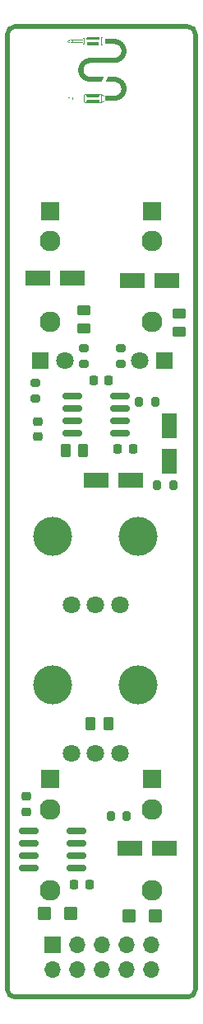
<source format=gbr>
%TF.GenerationSoftware,KiCad,Pcbnew,(6.0.0-0)*%
%TF.CreationDate,2022-01-12T00:44:38+05:30*%
%TF.ProjectId,pre,7072652e-6b69-4636-9164-5f7063625858,rev?*%
%TF.SameCoordinates,Original*%
%TF.FileFunction,Soldermask,Bot*%
%TF.FilePolarity,Negative*%
%FSLAX46Y46*%
G04 Gerber Fmt 4.6, Leading zero omitted, Abs format (unit mm)*
G04 Created by KiCad (PCBNEW (6.0.0-0)) date 2022-01-12 00:44:38*
%MOMM*%
%LPD*%
G01*
G04 APERTURE LIST*
G04 Aperture macros list*
%AMRoundRect*
0 Rectangle with rounded corners*
0 $1 Rounding radius*
0 $2 $3 $4 $5 $6 $7 $8 $9 X,Y pos of 4 corners*
0 Add a 4 corners polygon primitive as box body*
4,1,4,$2,$3,$4,$5,$6,$7,$8,$9,$2,$3,0*
0 Add four circle primitives for the rounded corners*
1,1,$1+$1,$2,$3*
1,1,$1+$1,$4,$5*
1,1,$1+$1,$6,$7*
1,1,$1+$1,$8,$9*
0 Add four rect primitives between the rounded corners*
20,1,$1+$1,$2,$3,$4,$5,0*
20,1,$1+$1,$4,$5,$6,$7,0*
20,1,$1+$1,$6,$7,$8,$9,0*
20,1,$1+$1,$8,$9,$2,$3,0*%
G04 Aperture macros list end*
%ADD10C,0.500000*%
%ADD11R,1.930000X1.830000*%
%ADD12C,2.130000*%
%ADD13RoundRect,0.150000X0.825000X0.150000X-0.825000X0.150000X-0.825000X-0.150000X0.825000X-0.150000X0*%
%ADD14RoundRect,0.150000X-0.825000X-0.150000X0.825000X-0.150000X0.825000X0.150000X-0.825000X0.150000X0*%
%ADD15C,4.000000*%
%ADD16C,1.800000*%
%ADD17RoundRect,0.200000X0.275000X-0.200000X0.275000X0.200000X-0.275000X0.200000X-0.275000X-0.200000X0*%
%ADD18RoundRect,0.200000X0.200000X0.275000X-0.200000X0.275000X-0.200000X-0.275000X0.200000X-0.275000X0*%
%ADD19RoundRect,0.200000X-0.275000X0.200000X-0.275000X-0.200000X0.275000X-0.200000X0.275000X0.200000X0*%
%ADD20RoundRect,0.250000X0.262500X0.450000X-0.262500X0.450000X-0.262500X-0.450000X0.262500X-0.450000X0*%
%ADD21RoundRect,0.250000X0.450000X-0.262500X0.450000X0.262500X-0.450000X0.262500X-0.450000X-0.262500X0*%
%ADD22RoundRect,0.200000X-0.200000X-0.275000X0.200000X-0.275000X0.200000X0.275000X-0.200000X0.275000X0*%
%ADD23RoundRect,0.250000X-0.262500X-0.450000X0.262500X-0.450000X0.262500X0.450000X-0.262500X0.450000X0*%
%ADD24R,1.800000X1.800000*%
%ADD25R,1.700000X1.700000*%
%ADD26O,1.700000X1.700000*%
%ADD27RoundRect,0.250000X0.450000X0.425000X-0.450000X0.425000X-0.450000X-0.425000X0.450000X-0.425000X0*%
%ADD28RoundRect,0.250000X-0.550000X1.050000X-0.550000X-1.050000X0.550000X-1.050000X0.550000X1.050000X0*%
%ADD29RoundRect,0.225000X-0.225000X-0.250000X0.225000X-0.250000X0.225000X0.250000X-0.225000X0.250000X0*%
%ADD30RoundRect,0.225000X-0.250000X0.225000X-0.250000X-0.225000X0.250000X-0.225000X0.250000X0.225000X0*%
%ADD31RoundRect,0.250000X-1.050000X-0.550000X1.050000X-0.550000X1.050000X0.550000X-1.050000X0.550000X0*%
%ADD32RoundRect,0.225000X0.250000X-0.225000X0.250000X0.225000X-0.250000X0.225000X-0.250000X-0.225000X0*%
%ADD33RoundRect,0.250000X1.050000X0.550000X-1.050000X0.550000X-1.050000X-0.550000X1.050000X-0.550000X0*%
G04 APERTURE END LIST*
D10*
X97167893Y-139049999D02*
G75*
G03*
X97967893Y-138250000I1J799999D01*
G01*
X79375000Y-139050000D02*
X97167893Y-139050000D01*
X78575001Y-138250000D02*
G75*
G03*
X79375000Y-139050000I799999J-1D01*
G01*
X78575000Y-40250000D02*
X78575000Y-138250000D01*
X79375000Y-39450001D02*
G75*
G03*
X78575000Y-40250000I-1J-799999D01*
G01*
X97967893Y-40250000D02*
X97967893Y-138250000D01*
X97967892Y-40250000D02*
G75*
G03*
X97167893Y-39450000I-799999J1D01*
G01*
X97167893Y-39450000D02*
X79375000Y-39450000D01*
%TO.C,svg2mod*%
G36*
X87100593Y-47123736D02*
G01*
X87058612Y-47162894D01*
X87016632Y-47123736D01*
X87058612Y-47084930D01*
X87100593Y-47123736D01*
G37*
G36*
X87503112Y-46651895D02*
G01*
X87461132Y-46691759D01*
X87419151Y-46651895D01*
X87461132Y-46613090D01*
X87503112Y-46651895D01*
G37*
G36*
X85027697Y-41080202D02*
G01*
X85018237Y-41094509D01*
X85004387Y-41104818D01*
X84986670Y-41110149D01*
X84968482Y-41109365D01*
X84951471Y-41102701D01*
X84804715Y-41010273D01*
X84788620Y-40993781D01*
X84782843Y-40971468D01*
X84808243Y-40971468D01*
X84819532Y-40990518D01*
X84966287Y-41082945D01*
X84978767Y-41087046D01*
X84992040Y-41084004D01*
X85001477Y-41075758D01*
X85005093Y-41063543D01*
X85005093Y-40879393D01*
X85001477Y-40867619D01*
X84992040Y-40859284D01*
X84978767Y-40856550D01*
X84966287Y-40860695D01*
X84819532Y-40952418D01*
X84808243Y-40971468D01*
X84782843Y-40971468D01*
X84788620Y-40949595D01*
X84804715Y-40933015D01*
X84951471Y-40840940D01*
X84968482Y-40834093D01*
X84986670Y-40833205D01*
X85004387Y-40838118D01*
X85018237Y-40849054D01*
X85027697Y-40863282D01*
X85031198Y-40879393D01*
X85031198Y-41063543D01*
X85027697Y-41080202D01*
G37*
G36*
X87905984Y-46465629D02*
G01*
X87864357Y-46504787D01*
X87822023Y-46465629D01*
X87864357Y-46426470D01*
X87905984Y-46465629D01*
G37*
G36*
X87604007Y-40681590D02*
G01*
X87562026Y-40721101D01*
X87520046Y-40681590D01*
X87562026Y-40642785D01*
X87604007Y-40681590D01*
G37*
G36*
X87604007Y-46558762D02*
G01*
X87562026Y-46597920D01*
X87520046Y-46558762D01*
X87562026Y-46519956D01*
X87604007Y-46558762D01*
G37*
G36*
X87704548Y-40588104D02*
G01*
X87662215Y-40627615D01*
X87620940Y-40588104D01*
X87662215Y-40549651D01*
X87704548Y-40588104D01*
G37*
G36*
X87940909Y-41092082D02*
G01*
X87957843Y-41092082D01*
X87964545Y-41099138D01*
X87971601Y-41092082D01*
X87988534Y-41092082D01*
X87973012Y-41106899D01*
X88015345Y-41144999D01*
X88046037Y-41116777D01*
X88054151Y-41125596D01*
X88023459Y-41153466D01*
X88065440Y-41192271D01*
X88070379Y-41187332D01*
X88070379Y-41212027D01*
X88065440Y-41207793D01*
X88023459Y-41246599D01*
X88065440Y-41285405D01*
X88070379Y-41281171D01*
X88070379Y-41305513D01*
X88065440Y-41300927D01*
X88023459Y-41339732D01*
X88049565Y-41364427D01*
X88041098Y-41371835D01*
X88015345Y-41347846D01*
X87973012Y-41386299D01*
X87978657Y-41391591D01*
X87951140Y-41391591D01*
X87956784Y-41386299D01*
X87914451Y-41347846D01*
X87872471Y-41386299D01*
X87878115Y-41391591D01*
X87850246Y-41391591D01*
X87855890Y-41386299D01*
X87813204Y-41347846D01*
X87771929Y-41386299D01*
X87777221Y-41391591D01*
X87749704Y-41391591D01*
X87755348Y-41386299D01*
X87713368Y-41347846D01*
X87670682Y-41386299D01*
X87676679Y-41391591D01*
X87649162Y-41391591D01*
X87654101Y-41386299D01*
X87612473Y-41347846D01*
X87570140Y-41386299D01*
X87575079Y-41391591D01*
X87547915Y-41391591D01*
X87553912Y-41386299D01*
X87511579Y-41347846D01*
X87469598Y-41386299D01*
X87474890Y-41391591D01*
X87447373Y-41391591D01*
X87453018Y-41386299D01*
X87410684Y-41347846D01*
X87369057Y-41386299D01*
X87373996Y-41391591D01*
X87346479Y-41391591D01*
X87351771Y-41386299D01*
X87310143Y-41347846D01*
X87268515Y-41386299D01*
X87273807Y-41391591D01*
X87246290Y-41391591D01*
X87251582Y-41386299D01*
X87209248Y-41347846D01*
X87167268Y-41386299D01*
X87172912Y-41391591D01*
X87145043Y-41391591D01*
X87150687Y-41386299D01*
X87108001Y-41347846D01*
X87066726Y-41386299D01*
X87071665Y-41391591D01*
X87044501Y-41391591D01*
X87049440Y-41386299D01*
X87008165Y-41347846D01*
X86965479Y-41386299D01*
X86971476Y-41391591D01*
X86944665Y-41391591D01*
X86949251Y-41386299D01*
X86906918Y-41347846D01*
X86865290Y-41386299D01*
X86870582Y-41391591D01*
X86843065Y-41391591D01*
X86849062Y-41386299D01*
X86806729Y-41347846D01*
X86779918Y-41371835D01*
X86772157Y-41364427D01*
X86797909Y-41339732D01*
X86915737Y-41339732D01*
X86957718Y-41379243D01*
X86999346Y-41339732D01*
X87116821Y-41339732D01*
X87159154Y-41379243D01*
X87200782Y-41339732D01*
X87317904Y-41339732D01*
X87360590Y-41379243D01*
X87402218Y-41339732D01*
X87520046Y-41339732D01*
X87562026Y-41379243D01*
X87604007Y-41339732D01*
X87721482Y-41339732D01*
X87763462Y-41379243D01*
X87805443Y-41339732D01*
X87923270Y-41339732D01*
X87964545Y-41379243D01*
X88006526Y-41339732D01*
X87964545Y-41300927D01*
X87923270Y-41339732D01*
X87805443Y-41339732D01*
X87763462Y-41300927D01*
X87721482Y-41339732D01*
X87604007Y-41339732D01*
X87562026Y-41300927D01*
X87520046Y-41339732D01*
X87402218Y-41339732D01*
X87360590Y-41300927D01*
X87317904Y-41339732D01*
X87200782Y-41339732D01*
X87159154Y-41300927D01*
X87116821Y-41339732D01*
X86999346Y-41339732D01*
X86957718Y-41300927D01*
X86915737Y-41339732D01*
X86797909Y-41339732D01*
X86755929Y-41300927D01*
X86751343Y-41305513D01*
X86751343Y-41293166D01*
X86764396Y-41293166D01*
X86806729Y-41332324D01*
X86849062Y-41293166D01*
X86865290Y-41293166D01*
X86906918Y-41332324D01*
X86949251Y-41293166D01*
X86965479Y-41293166D01*
X87008165Y-41332324D01*
X87049440Y-41293166D01*
X87066726Y-41293166D01*
X87108001Y-41332324D01*
X87150687Y-41293166D01*
X87167268Y-41293166D01*
X87209248Y-41332324D01*
X87251582Y-41293166D01*
X87268515Y-41293166D01*
X87310143Y-41332324D01*
X87351771Y-41293166D01*
X87369057Y-41293166D01*
X87410684Y-41332324D01*
X87453018Y-41293166D01*
X87469598Y-41293166D01*
X87511579Y-41332324D01*
X87553912Y-41293166D01*
X87570140Y-41293166D01*
X87612473Y-41332324D01*
X87654101Y-41293166D01*
X87670682Y-41293166D01*
X87713368Y-41332324D01*
X87755348Y-41293166D01*
X87771929Y-41293166D01*
X87813204Y-41332324D01*
X87855890Y-41293166D01*
X87872471Y-41293166D01*
X87914451Y-41332324D01*
X87956784Y-41293166D01*
X87973012Y-41293166D01*
X88015345Y-41332324D01*
X88057326Y-41293166D01*
X88015345Y-41254360D01*
X87973012Y-41293166D01*
X87956784Y-41293166D01*
X87914451Y-41254360D01*
X87872471Y-41293166D01*
X87855890Y-41293166D01*
X87813204Y-41254360D01*
X87771929Y-41293166D01*
X87755348Y-41293166D01*
X87713368Y-41254360D01*
X87670682Y-41293166D01*
X87654101Y-41293166D01*
X87612473Y-41254360D01*
X87570140Y-41293166D01*
X87553912Y-41293166D01*
X87511579Y-41254360D01*
X87469598Y-41293166D01*
X87453018Y-41293166D01*
X87410684Y-41254360D01*
X87369057Y-41293166D01*
X87351771Y-41293166D01*
X87310143Y-41254360D01*
X87268515Y-41293166D01*
X87251582Y-41293166D01*
X87209248Y-41254360D01*
X87167268Y-41293166D01*
X87150687Y-41293166D01*
X87108001Y-41254360D01*
X87066726Y-41293166D01*
X87049440Y-41293166D01*
X87008165Y-41254360D01*
X86965479Y-41293166D01*
X86949251Y-41293166D01*
X86906918Y-41254360D01*
X86865290Y-41293166D01*
X86849062Y-41293166D01*
X86806729Y-41254360D01*
X86764396Y-41293166D01*
X86751343Y-41293166D01*
X86751343Y-41281171D01*
X86755929Y-41285405D01*
X86797909Y-41246599D01*
X86755929Y-41207793D01*
X86751343Y-41212027D01*
X86751343Y-41200032D01*
X86764396Y-41200032D01*
X86806729Y-41238838D01*
X86849062Y-41200032D01*
X86865290Y-41200032D01*
X86906918Y-41238838D01*
X86949251Y-41200032D01*
X86965479Y-41200032D01*
X87008165Y-41238838D01*
X87049440Y-41200032D01*
X87066726Y-41200032D01*
X87108001Y-41238838D01*
X87150687Y-41200032D01*
X87167268Y-41200032D01*
X87209248Y-41238838D01*
X87251582Y-41200032D01*
X87268515Y-41200032D01*
X87310143Y-41238838D01*
X87351771Y-41200032D01*
X87369057Y-41200032D01*
X87410684Y-41238838D01*
X87453018Y-41200032D01*
X87469598Y-41200032D01*
X87511579Y-41238838D01*
X87553912Y-41200032D01*
X87570140Y-41200032D01*
X87612473Y-41238838D01*
X87654101Y-41200032D01*
X87670682Y-41200032D01*
X87713368Y-41238838D01*
X87755348Y-41200032D01*
X87771929Y-41200032D01*
X87813204Y-41238838D01*
X87855890Y-41200032D01*
X87872471Y-41200032D01*
X87914451Y-41238838D01*
X87956784Y-41200032D01*
X87973012Y-41200032D01*
X88015345Y-41238838D01*
X88057326Y-41200032D01*
X88015345Y-41161227D01*
X87973012Y-41200032D01*
X87956784Y-41200032D01*
X87914451Y-41161227D01*
X87872471Y-41200032D01*
X87855890Y-41200032D01*
X87813204Y-41161227D01*
X87771929Y-41200032D01*
X87755348Y-41200032D01*
X87713368Y-41161227D01*
X87670682Y-41200032D01*
X87654101Y-41200032D01*
X87612473Y-41161227D01*
X87570140Y-41200032D01*
X87553912Y-41200032D01*
X87511579Y-41161227D01*
X87469598Y-41200032D01*
X87453018Y-41200032D01*
X87410684Y-41161227D01*
X87369057Y-41200032D01*
X87351771Y-41200032D01*
X87310143Y-41161227D01*
X87268515Y-41200032D01*
X87251582Y-41200032D01*
X87209248Y-41161227D01*
X87167268Y-41200032D01*
X87150687Y-41200032D01*
X87108001Y-41161227D01*
X87066726Y-41200032D01*
X87049440Y-41200032D01*
X87008165Y-41161227D01*
X86965479Y-41200032D01*
X86949251Y-41200032D01*
X86906918Y-41161227D01*
X86865290Y-41200032D01*
X86849062Y-41200032D01*
X86806729Y-41161227D01*
X86764396Y-41200032D01*
X86751343Y-41200032D01*
X86751343Y-41187332D01*
X86755929Y-41192271D01*
X86797909Y-41153466D01*
X86915737Y-41153466D01*
X86957718Y-41192271D01*
X86999346Y-41153466D01*
X87116821Y-41153466D01*
X87159154Y-41192271D01*
X87200782Y-41153466D01*
X87317904Y-41153466D01*
X87360590Y-41192271D01*
X87402218Y-41153466D01*
X87520046Y-41153466D01*
X87562026Y-41192271D01*
X87604007Y-41153466D01*
X87721482Y-41153466D01*
X87763462Y-41192271D01*
X87805443Y-41153466D01*
X87923270Y-41153466D01*
X87964545Y-41192271D01*
X88006526Y-41153466D01*
X87964545Y-41115013D01*
X87923270Y-41153466D01*
X87805443Y-41153466D01*
X87763462Y-41115013D01*
X87721482Y-41153466D01*
X87604007Y-41153466D01*
X87562026Y-41115013D01*
X87520046Y-41153466D01*
X87402218Y-41153466D01*
X87360590Y-41115013D01*
X87317904Y-41153466D01*
X87200782Y-41153466D01*
X87159154Y-41115013D01*
X87116821Y-41153466D01*
X86999346Y-41153466D01*
X86957718Y-41115013D01*
X86915737Y-41153466D01*
X86797909Y-41153466D01*
X86767571Y-41125596D01*
X86774626Y-41116777D01*
X86806729Y-41144999D01*
X86849062Y-41106899D01*
X86832834Y-41092082D01*
X86849768Y-41092082D01*
X86856471Y-41099138D01*
X86864232Y-41092082D01*
X86880812Y-41092082D01*
X86865290Y-41106899D01*
X86906918Y-41144999D01*
X86949251Y-41106899D01*
X86933376Y-41092082D01*
X86950309Y-41092082D01*
X86957718Y-41099138D01*
X86964421Y-41092082D01*
X86981001Y-41092082D01*
X86965479Y-41106899D01*
X87008165Y-41144999D01*
X87049440Y-41106899D01*
X87034623Y-41092082D01*
X87051204Y-41092082D01*
X87058612Y-41099138D01*
X87064962Y-41092082D01*
X87081896Y-41092082D01*
X87066726Y-41106899D01*
X87108001Y-41144999D01*
X87150687Y-41106899D01*
X87135871Y-41092082D01*
X87152098Y-41092082D01*
X87159154Y-41099138D01*
X87165857Y-41092082D01*
X87182790Y-41092082D01*
X87167268Y-41106899D01*
X87209248Y-41144999D01*
X87251582Y-41106899D01*
X87235707Y-41092082D01*
X87252993Y-41092082D01*
X87259343Y-41099138D01*
X87266751Y-41092082D01*
X87283332Y-41092082D01*
X87268515Y-41106899D01*
X87310143Y-41144999D01*
X87351771Y-41106899D01*
X87336601Y-41092082D01*
X87354240Y-41092082D01*
X87360590Y-41099138D01*
X87366940Y-41092082D01*
X87384579Y-41092082D01*
X87369057Y-41106899D01*
X87410684Y-41144999D01*
X87453018Y-41106899D01*
X87437496Y-41092082D01*
X87454076Y-41092082D01*
X87461132Y-41099138D01*
X87468187Y-41092082D01*
X87484768Y-41092082D01*
X87469598Y-41106899D01*
X87511579Y-41144999D01*
X87553912Y-41106899D01*
X87538037Y-41092082D01*
X87554618Y-41092082D01*
X87562026Y-41099138D01*
X87569082Y-41092082D01*
X87585309Y-41092082D01*
X87570140Y-41106899D01*
X87612473Y-41144999D01*
X87654101Y-41106899D01*
X87638932Y-41092082D01*
X87655512Y-41092082D01*
X87662215Y-41099138D01*
X87669271Y-41092082D01*
X87686557Y-41092082D01*
X87670682Y-41106899D01*
X87713368Y-41144999D01*
X87755348Y-41106899D01*
X87739473Y-41092082D01*
X87756054Y-41092082D01*
X87763462Y-41099138D01*
X87770518Y-41092082D01*
X87787098Y-41092082D01*
X87771929Y-41106899D01*
X87813204Y-41144999D01*
X87855890Y-41106899D01*
X87841073Y-41092082D01*
X87857301Y-41092082D01*
X87864357Y-41099138D01*
X87871059Y-41092082D01*
X87887993Y-41092082D01*
X87872471Y-41106899D01*
X87914451Y-41144999D01*
X87956784Y-41106899D01*
X87940909Y-41092082D01*
G37*
G36*
X87704548Y-47029897D02*
G01*
X87662215Y-47069408D01*
X87620940Y-47029897D01*
X87662215Y-46991091D01*
X87704548Y-47029897D01*
G37*
G36*
X85122493Y-41107355D02*
G01*
X85101911Y-41096597D01*
X85085511Y-41080301D01*
X85074665Y-41059806D01*
X85070745Y-41036449D01*
X85095086Y-41036449D01*
X85099006Y-41055885D01*
X85109771Y-41071815D01*
X85125894Y-41082586D01*
X85145886Y-41086544D01*
X86379197Y-41086544D01*
X86379197Y-40856885D01*
X85145886Y-40856885D01*
X85125894Y-40860794D01*
X85109771Y-40871482D01*
X85099006Y-40887395D01*
X85095086Y-40906980D01*
X85095086Y-41036449D01*
X85070745Y-41036449D01*
X85070745Y-40906980D01*
X85074665Y-40883389D01*
X85085511Y-40862948D01*
X85101911Y-40846858D01*
X85122493Y-40836323D01*
X85145886Y-40832544D01*
X86403539Y-40832544D01*
X86403539Y-41111238D01*
X85145886Y-41111238D01*
X85122493Y-41107355D01*
G37*
G36*
X87100593Y-46558762D02*
G01*
X87058612Y-46597920D01*
X87016632Y-46558762D01*
X87058612Y-46519956D01*
X87100593Y-46558762D01*
G37*
G36*
X86899157Y-41339732D02*
G01*
X86856471Y-41379243D01*
X86814490Y-41339732D01*
X86856471Y-41300927D01*
X86899157Y-41339732D01*
G37*
G36*
X87905984Y-47029897D02*
G01*
X87864357Y-47069408D01*
X87822023Y-47029897D01*
X87864357Y-46991091D01*
X87905984Y-47029897D01*
G37*
G36*
X86751343Y-46524190D02*
G01*
X86751343Y-46512548D01*
X86764396Y-46512548D01*
X86806729Y-46551001D01*
X86849062Y-46512548D01*
X86865290Y-46512548D01*
X86906918Y-46551001D01*
X86949251Y-46512548D01*
X86965479Y-46512548D01*
X87008165Y-46551001D01*
X87049440Y-46512548D01*
X87066726Y-46512548D01*
X87108001Y-46551001D01*
X87150687Y-46512548D01*
X87167268Y-46512548D01*
X87209248Y-46551001D01*
X87251582Y-46512548D01*
X87268515Y-46512548D01*
X87310143Y-46551001D01*
X87351771Y-46512548D01*
X87369057Y-46512548D01*
X87410684Y-46551001D01*
X87453018Y-46512548D01*
X87469598Y-46512548D01*
X87511579Y-46551001D01*
X87553912Y-46512548D01*
X87570140Y-46512548D01*
X87612473Y-46551001D01*
X87654101Y-46512548D01*
X87670682Y-46512548D01*
X87713368Y-46551001D01*
X87755348Y-46512548D01*
X87771929Y-46512548D01*
X87813204Y-46551001D01*
X87855890Y-46512548D01*
X87872471Y-46512548D01*
X87914451Y-46551001D01*
X87956784Y-46512548D01*
X87973012Y-46512548D01*
X88015345Y-46551001D01*
X88057326Y-46512548D01*
X88015345Y-46473743D01*
X87973012Y-46512548D01*
X87956784Y-46512548D01*
X87914451Y-46473743D01*
X87872471Y-46512548D01*
X87855890Y-46512548D01*
X87813204Y-46473743D01*
X87771929Y-46512548D01*
X87755348Y-46512548D01*
X87713368Y-46473743D01*
X87670682Y-46512548D01*
X87654101Y-46512548D01*
X87612473Y-46473743D01*
X87570140Y-46512548D01*
X87553912Y-46512548D01*
X87511579Y-46473743D01*
X87469598Y-46512548D01*
X87453018Y-46512548D01*
X87410684Y-46473743D01*
X87369057Y-46512548D01*
X87351771Y-46512548D01*
X87310143Y-46473743D01*
X87268515Y-46512548D01*
X87251582Y-46512548D01*
X87209248Y-46473743D01*
X87167268Y-46512548D01*
X87150687Y-46512548D01*
X87108001Y-46473743D01*
X87066726Y-46512548D01*
X87049440Y-46512548D01*
X87008165Y-46473743D01*
X86965479Y-46512548D01*
X86949251Y-46512548D01*
X86906918Y-46473743D01*
X86865290Y-46512548D01*
X86849062Y-46512548D01*
X86806729Y-46473743D01*
X86764396Y-46512548D01*
X86751343Y-46512548D01*
X86751343Y-46500201D01*
X86755929Y-46504787D01*
X86797909Y-46465629D01*
X86915737Y-46465629D01*
X86957718Y-46504787D01*
X86999346Y-46465629D01*
X87116821Y-46465629D01*
X87159154Y-46504787D01*
X87200782Y-46465629D01*
X87317904Y-46465629D01*
X87360590Y-46504787D01*
X87402218Y-46465629D01*
X87520046Y-46465629D01*
X87562026Y-46504787D01*
X87604007Y-46465629D01*
X87721482Y-46465629D01*
X87763462Y-46504787D01*
X87805443Y-46465629D01*
X87923270Y-46465629D01*
X87964545Y-46504787D01*
X88006526Y-46465629D01*
X87964545Y-46426470D01*
X87923270Y-46465629D01*
X87805443Y-46465629D01*
X87763462Y-46426470D01*
X87721482Y-46465629D01*
X87604007Y-46465629D01*
X87562026Y-46426470D01*
X87520046Y-46465629D01*
X87402218Y-46465629D01*
X87360590Y-46426470D01*
X87317904Y-46465629D01*
X87200782Y-46465629D01*
X87159154Y-46426470D01*
X87116821Y-46465629D01*
X86999346Y-46465629D01*
X86957718Y-46426470D01*
X86915737Y-46465629D01*
X86797909Y-46465629D01*
X86772509Y-46441640D01*
X86780976Y-46433879D01*
X86806729Y-46457515D01*
X86849062Y-46418356D01*
X86843065Y-46414123D01*
X86870582Y-46414123D01*
X86865290Y-46418356D01*
X86906918Y-46457515D01*
X86949251Y-46418356D01*
X86944665Y-46414123D01*
X86971476Y-46414123D01*
X86965479Y-46418356D01*
X87008165Y-46457515D01*
X87049440Y-46418356D01*
X87044501Y-46414123D01*
X87071665Y-46414123D01*
X87066726Y-46418356D01*
X87108001Y-46457515D01*
X87150687Y-46418356D01*
X87145043Y-46414123D01*
X87172207Y-46414123D01*
X87167268Y-46418356D01*
X87209248Y-46457515D01*
X87251582Y-46418356D01*
X87246290Y-46414123D01*
X87272748Y-46414123D01*
X87268515Y-46418356D01*
X87310143Y-46457515D01*
X87351771Y-46418356D01*
X87346832Y-46414123D01*
X87373996Y-46414123D01*
X87369057Y-46418356D01*
X87410684Y-46457515D01*
X87453018Y-46418356D01*
X87447726Y-46414123D01*
X87474890Y-46414123D01*
X87469598Y-46418356D01*
X87511579Y-46457515D01*
X87553912Y-46418356D01*
X87548621Y-46414123D01*
X87575079Y-46414123D01*
X87570140Y-46418356D01*
X87612473Y-46457515D01*
X87654101Y-46418356D01*
X87649162Y-46414123D01*
X87675973Y-46414123D01*
X87670682Y-46418356D01*
X87713368Y-46457515D01*
X87755348Y-46418356D01*
X87749704Y-46414123D01*
X87776868Y-46414123D01*
X87771929Y-46418356D01*
X87813204Y-46457515D01*
X87855890Y-46418356D01*
X87850598Y-46414123D01*
X87877762Y-46414123D01*
X87872471Y-46418356D01*
X87914451Y-46457515D01*
X87956784Y-46418356D01*
X87951845Y-46414123D01*
X87978657Y-46414123D01*
X87973012Y-46418356D01*
X88015345Y-46457515D01*
X88041098Y-46433879D01*
X88048859Y-46441640D01*
X88023459Y-46465629D01*
X88065440Y-46504787D01*
X88070379Y-46500201D01*
X88070379Y-46523837D01*
X88065440Y-46519956D01*
X88023459Y-46558762D01*
X88065440Y-46597920D01*
X88070379Y-46593334D01*
X88070379Y-46617676D01*
X88065440Y-46613090D01*
X88023459Y-46651895D01*
X88054151Y-46680470D01*
X88046037Y-46689290D01*
X88015345Y-46660362D01*
X87973012Y-46699168D01*
X87988534Y-46713279D01*
X87971954Y-46713279D01*
X87964545Y-46706576D01*
X87957843Y-46713279D01*
X87940909Y-46713279D01*
X87956784Y-46699168D01*
X87914451Y-46660362D01*
X87872471Y-46699168D01*
X87887993Y-46713279D01*
X87871412Y-46713279D01*
X87864357Y-46706576D01*
X87857301Y-46713279D01*
X87841073Y-46713279D01*
X87855890Y-46699168D01*
X87813204Y-46660362D01*
X87771929Y-46699168D01*
X87787098Y-46713279D01*
X87770871Y-46713279D01*
X87763462Y-46706576D01*
X87756054Y-46713279D01*
X87739473Y-46713279D01*
X87755348Y-46699168D01*
X87713368Y-46660362D01*
X87670682Y-46699168D01*
X87686909Y-46713279D01*
X87669976Y-46713279D01*
X87662215Y-46706576D01*
X87655512Y-46713279D01*
X87638932Y-46713279D01*
X87654101Y-46699168D01*
X87612473Y-46660362D01*
X87570140Y-46699168D01*
X87585662Y-46713279D01*
X87569082Y-46713279D01*
X87562026Y-46706576D01*
X87554618Y-46713279D01*
X87538037Y-46713279D01*
X87553912Y-46699168D01*
X87511579Y-46660362D01*
X87469598Y-46699168D01*
X87485121Y-46713279D01*
X87468187Y-46713279D01*
X87461132Y-46706576D01*
X87454076Y-46713279D01*
X87437496Y-46713279D01*
X87453018Y-46699168D01*
X87410684Y-46660362D01*
X87369057Y-46699168D01*
X87384579Y-46713279D01*
X87367646Y-46713279D01*
X87360590Y-46706576D01*
X87353887Y-46713279D01*
X87336601Y-46713279D01*
X87351771Y-46699168D01*
X87310143Y-46660362D01*
X87268515Y-46699168D01*
X87283332Y-46713279D01*
X87267104Y-46713279D01*
X87259343Y-46706576D01*
X87252993Y-46713279D01*
X87235707Y-46713279D01*
X87251582Y-46699168D01*
X87209248Y-46660362D01*
X87167268Y-46699168D01*
X87183143Y-46713279D01*
X87166562Y-46713279D01*
X87159154Y-46706576D01*
X87152098Y-46713279D01*
X87135165Y-46713279D01*
X87150687Y-46699168D01*
X87108001Y-46660362D01*
X87066726Y-46699168D01*
X87082248Y-46713279D01*
X87065315Y-46713279D01*
X87058612Y-46706576D01*
X87051204Y-46713279D01*
X87034623Y-46713279D01*
X87049440Y-46699168D01*
X87008165Y-46660362D01*
X86965479Y-46699168D01*
X86981001Y-46713279D01*
X86964421Y-46713279D01*
X86957718Y-46706576D01*
X86950309Y-46713279D01*
X86933376Y-46713279D01*
X86949251Y-46699168D01*
X86906918Y-46660362D01*
X86865290Y-46699168D01*
X86880812Y-46713279D01*
X86864232Y-46713279D01*
X86856471Y-46706576D01*
X86849768Y-46713279D01*
X86832834Y-46713279D01*
X86849062Y-46699168D01*
X86806729Y-46660362D01*
X86774626Y-46689290D01*
X86767571Y-46680470D01*
X86797909Y-46651895D01*
X86915737Y-46651895D01*
X86957718Y-46691759D01*
X86999346Y-46651895D01*
X87116821Y-46651895D01*
X87159154Y-46691759D01*
X87200782Y-46651895D01*
X87317904Y-46651895D01*
X87360590Y-46691759D01*
X87402218Y-46651895D01*
X87520046Y-46651895D01*
X87562026Y-46691759D01*
X87604007Y-46651895D01*
X87721482Y-46651895D01*
X87763462Y-46691759D01*
X87805443Y-46651895D01*
X87923270Y-46651895D01*
X87964545Y-46691759D01*
X88006526Y-46651895D01*
X87964545Y-46613090D01*
X87923270Y-46651895D01*
X87805443Y-46651895D01*
X87763462Y-46613090D01*
X87721482Y-46651895D01*
X87604007Y-46651895D01*
X87562026Y-46613090D01*
X87520046Y-46651895D01*
X87402218Y-46651895D01*
X87360590Y-46613090D01*
X87317904Y-46651895D01*
X87200782Y-46651895D01*
X87159154Y-46613090D01*
X87116821Y-46651895D01*
X86999346Y-46651895D01*
X86957718Y-46613090D01*
X86915737Y-46651895D01*
X86797909Y-46651895D01*
X86755929Y-46613090D01*
X86751343Y-46617676D01*
X86751343Y-46605329D01*
X86764396Y-46605329D01*
X86806729Y-46644487D01*
X86849062Y-46605681D01*
X86865290Y-46605681D01*
X86906918Y-46644487D01*
X86949251Y-46605329D01*
X86965479Y-46605329D01*
X87008165Y-46644487D01*
X87049440Y-46605329D01*
X87066726Y-46605329D01*
X87108001Y-46644487D01*
X87150687Y-46605681D01*
X87167268Y-46605681D01*
X87209248Y-46644487D01*
X87251582Y-46605329D01*
X87268515Y-46605329D01*
X87310143Y-46644487D01*
X87351771Y-46605329D01*
X87369057Y-46605329D01*
X87410684Y-46644487D01*
X87453018Y-46605329D01*
X87469598Y-46605329D01*
X87511579Y-46644487D01*
X87553912Y-46605329D01*
X87570140Y-46605329D01*
X87612473Y-46644487D01*
X87654101Y-46605681D01*
X87670682Y-46605681D01*
X87713368Y-46644487D01*
X87755348Y-46605329D01*
X87771929Y-46605329D01*
X87813204Y-46644487D01*
X87855890Y-46605329D01*
X87872471Y-46605329D01*
X87914451Y-46644487D01*
X87956784Y-46605681D01*
X87973012Y-46605681D01*
X88015345Y-46644487D01*
X88057326Y-46605329D01*
X88015345Y-46566523D01*
X87973012Y-46605681D01*
X87956784Y-46605681D01*
X87914451Y-46566523D01*
X87872471Y-46605329D01*
X87855890Y-46605329D01*
X87813204Y-46566523D01*
X87771929Y-46605329D01*
X87755348Y-46605329D01*
X87713368Y-46566523D01*
X87670682Y-46605681D01*
X87654101Y-46605681D01*
X87612473Y-46566523D01*
X87570140Y-46605329D01*
X87553912Y-46605329D01*
X87511579Y-46566523D01*
X87469598Y-46605329D01*
X87453018Y-46605329D01*
X87410684Y-46566523D01*
X87369057Y-46605329D01*
X87351771Y-46605329D01*
X87310143Y-46566523D01*
X87268515Y-46605329D01*
X87251582Y-46605329D01*
X87209248Y-46566523D01*
X87167268Y-46605681D01*
X87150687Y-46605681D01*
X87108001Y-46566523D01*
X87066726Y-46605329D01*
X87049440Y-46605329D01*
X87008165Y-46566523D01*
X86965479Y-46605329D01*
X86949251Y-46605329D01*
X86906918Y-46566523D01*
X86865290Y-46605681D01*
X86849062Y-46605681D01*
X86806729Y-46566523D01*
X86764396Y-46605329D01*
X86751343Y-46605329D01*
X86751343Y-46593334D01*
X86755929Y-46597920D01*
X86797909Y-46558762D01*
X86755929Y-46519956D01*
X86751343Y-46524190D01*
G37*
G36*
X87503112Y-47123736D02*
G01*
X87461132Y-47162894D01*
X87419151Y-47123736D01*
X87461132Y-47084930D01*
X87503112Y-47123736D01*
G37*
G36*
X87100593Y-41153466D02*
G01*
X87058612Y-41192271D01*
X87016632Y-41153466D01*
X87058612Y-41115013D01*
X87100593Y-41153466D01*
G37*
G36*
X87905984Y-41246599D02*
G01*
X87864357Y-41285405D01*
X87822023Y-41246599D01*
X87864357Y-41207793D01*
X87905984Y-41246599D01*
G37*
G36*
X86899157Y-47217222D02*
G01*
X86856471Y-47255674D01*
X86814490Y-47217222D01*
X86856471Y-47178063D01*
X86899157Y-47217222D01*
G37*
G36*
X87100593Y-41339732D02*
G01*
X87058612Y-41379243D01*
X87016632Y-41339732D01*
X87058612Y-41300927D01*
X87100593Y-41339732D01*
G37*
G36*
X87704548Y-46651895D02*
G01*
X87662215Y-46691759D01*
X87620940Y-46651895D01*
X87662215Y-46613090D01*
X87704548Y-46651895D01*
G37*
G36*
X87503112Y-40681590D02*
G01*
X87461132Y-40721101D01*
X87419151Y-40681590D01*
X87461132Y-40642785D01*
X87503112Y-40681590D01*
G37*
G36*
X88271215Y-41406584D02*
G01*
X86616335Y-41406584D01*
X86593207Y-41404439D01*
X86571741Y-41398288D01*
X86552376Y-41388557D01*
X86535549Y-41375672D01*
X86521698Y-41360058D01*
X86511262Y-41342141D01*
X86504679Y-41322348D01*
X86502387Y-41301103D01*
X86528140Y-41301103D01*
X86531243Y-41322696D01*
X86540030Y-41342143D01*
X86553717Y-41358650D01*
X86571519Y-41371424D01*
X86592653Y-41379670D01*
X86616335Y-41382595D01*
X88258515Y-41382595D01*
X88258515Y-40560975D01*
X86616335Y-40560975D01*
X86592653Y-40563874D01*
X86571519Y-40572055D01*
X86553717Y-40584744D01*
X86540030Y-40601166D01*
X86531243Y-40620548D01*
X86528140Y-40642114D01*
X86528140Y-41301103D01*
X86502387Y-41301103D01*
X86502387Y-40642114D01*
X86504679Y-40620885D01*
X86511262Y-40601131D01*
X86521698Y-40583271D01*
X86535549Y-40567722D01*
X86552376Y-40554902D01*
X86571741Y-40545227D01*
X86593207Y-40539116D01*
X86616335Y-40536987D01*
X88271215Y-40536987D01*
X88284621Y-40549334D01*
X88284621Y-41394237D01*
X88271215Y-41406584D01*
G37*
G36*
X87100593Y-40681590D02*
G01*
X87058612Y-40721101D01*
X87016632Y-40681590D01*
X87058612Y-40642785D01*
X87100593Y-40681590D01*
G37*
G36*
X87301323Y-47217222D02*
G01*
X87259343Y-47255674D01*
X87217362Y-47217222D01*
X87259343Y-47178063D01*
X87301323Y-47217222D01*
G37*
G36*
X86899157Y-40775076D02*
G01*
X86856471Y-40814587D01*
X86814490Y-40775076D01*
X86856471Y-40735918D01*
X86899157Y-40775076D01*
G37*
G36*
X87503112Y-47029897D02*
G01*
X87461132Y-47069408D01*
X87419151Y-47029897D01*
X87461132Y-46991091D01*
X87503112Y-47029897D01*
G37*
G36*
X87704548Y-41153466D02*
G01*
X87662215Y-41192271D01*
X87620940Y-41153466D01*
X87662215Y-41115013D01*
X87704548Y-41153466D01*
G37*
G36*
X85351944Y-41099314D02*
G01*
X85281036Y-41099314D01*
X85281036Y-40844962D01*
X85351944Y-40844962D01*
X85351944Y-41099314D01*
G37*
G36*
X87905984Y-40681590D02*
G01*
X87864357Y-40721101D01*
X87822023Y-40681590D01*
X87864357Y-40642785D01*
X87905984Y-40681590D01*
G37*
G36*
X88271215Y-47283050D02*
G01*
X86616335Y-47283050D01*
X86593207Y-47280936D01*
X86571741Y-47274870D01*
X86552376Y-47265265D01*
X86535549Y-47252535D01*
X86521698Y-47237092D01*
X86511262Y-47219352D01*
X86504679Y-47199726D01*
X86502387Y-47178628D01*
X86528140Y-47178628D01*
X86531243Y-47200046D01*
X86540030Y-47219328D01*
X86553717Y-47235690D01*
X86571519Y-47248347D01*
X86592653Y-47256517D01*
X86616335Y-47259414D01*
X88258515Y-47259414D01*
X88258515Y-46437794D01*
X86616335Y-46437794D01*
X86592653Y-46440718D01*
X86571519Y-46448953D01*
X86553717Y-46461695D01*
X86540030Y-46478142D01*
X86531243Y-46497489D01*
X86528140Y-46518933D01*
X86528140Y-47178628D01*
X86502387Y-47178628D01*
X86502387Y-46518933D01*
X86504679Y-46497820D01*
X86511262Y-46478154D01*
X86521698Y-46460357D01*
X86535549Y-46444850D01*
X86552376Y-46432055D01*
X86571741Y-46422394D01*
X86593207Y-46416287D01*
X86616335Y-46414158D01*
X88271215Y-46414158D01*
X88284621Y-46426153D01*
X88284621Y-47271408D01*
X88271215Y-47283050D01*
G37*
G36*
X87503112Y-41153466D02*
G01*
X87461132Y-41192271D01*
X87419151Y-41153466D01*
X87461132Y-41115013D01*
X87503112Y-41153466D01*
G37*
G36*
X87402218Y-47123736D02*
G01*
X87360590Y-47162894D01*
X87317904Y-47123736D01*
X87360590Y-47084930D01*
X87402218Y-47123736D01*
G37*
G36*
X87805443Y-40681590D02*
G01*
X87763462Y-40721101D01*
X87721482Y-40681590D01*
X87763462Y-40642785D01*
X87805443Y-40681590D01*
G37*
G36*
X87503112Y-40774723D02*
G01*
X87461132Y-40814587D01*
X87419151Y-40774723D01*
X87461132Y-40735918D01*
X87503112Y-40774723D01*
G37*
G36*
X87503112Y-46558762D02*
G01*
X87461132Y-46597920D01*
X87419151Y-46558762D01*
X87461132Y-46519956D01*
X87503112Y-46558762D01*
G37*
G36*
X87301323Y-41246599D02*
G01*
X87259343Y-41285405D01*
X87217362Y-41246599D01*
X87259343Y-41207793D01*
X87301323Y-41246599D01*
G37*
G36*
X87301323Y-41339732D02*
G01*
X87259343Y-41379243D01*
X87217362Y-41339732D01*
X87259343Y-41300927D01*
X87301323Y-41339732D01*
G37*
G36*
X85027697Y-46957358D02*
G01*
X85018237Y-46971508D01*
X85004387Y-46982131D01*
X84986670Y-46987370D01*
X84968482Y-46986416D01*
X84951471Y-46979661D01*
X84804715Y-46887233D01*
X84788620Y-46870609D01*
X84782843Y-46848428D01*
X84808243Y-46848428D01*
X84819532Y-46867831D01*
X84966287Y-46959553D01*
X84978767Y-46964095D01*
X84992040Y-46960964D01*
X85001477Y-46952630D01*
X85005093Y-46940856D01*
X85005093Y-46756706D01*
X84992040Y-46736950D01*
X84978767Y-46733907D01*
X84966287Y-46738008D01*
X84819532Y-46829378D01*
X84808243Y-46848428D01*
X84782843Y-46848428D01*
X84788620Y-46826556D01*
X84804715Y-46809975D01*
X84951471Y-46718253D01*
X84968482Y-46711315D01*
X84986670Y-46710257D01*
X85004387Y-46715078D01*
X85018237Y-46726027D01*
X85027697Y-46740347D01*
X85031198Y-46756706D01*
X85031198Y-46940856D01*
X85027697Y-46957358D01*
G37*
G36*
X87402218Y-40681590D02*
G01*
X87360590Y-40721101D01*
X87317904Y-40681590D01*
X87360590Y-40642785D01*
X87402218Y-40681590D01*
G37*
G36*
X87100593Y-46651895D02*
G01*
X87058612Y-46691759D01*
X87016632Y-46651895D01*
X87058612Y-46613090D01*
X87100593Y-46651895D01*
G37*
G36*
X87100593Y-40775076D02*
G01*
X87058612Y-40814587D01*
X87016632Y-40774723D01*
X87058612Y-40735918D01*
X87100593Y-40775076D01*
G37*
G36*
X86899157Y-46558762D02*
G01*
X86856471Y-46597920D01*
X86814490Y-46558762D01*
X86856471Y-46519956D01*
X86899157Y-46558762D01*
G37*
G36*
X86999346Y-40681590D02*
G01*
X86957718Y-40721101D01*
X86915737Y-40681590D01*
X86957718Y-40642785D01*
X86999346Y-40681590D01*
G37*
G36*
X86755929Y-47084930D02*
G01*
X86751343Y-47088458D01*
X86751343Y-47076816D01*
X86764396Y-47076816D01*
X86806729Y-47115622D01*
X86849062Y-47076816D01*
X86865290Y-47076816D01*
X86906918Y-47115622D01*
X86949251Y-47076816D01*
X86965479Y-47076816D01*
X87008165Y-47115622D01*
X87049440Y-47076816D01*
X87066726Y-47076816D01*
X87108001Y-47115622D01*
X87150687Y-47076816D01*
X87167268Y-47076816D01*
X87209248Y-47115622D01*
X87251582Y-47076816D01*
X87268515Y-47076816D01*
X87310143Y-47115622D01*
X87351771Y-47076816D01*
X87369057Y-47076816D01*
X87410684Y-47115622D01*
X87453018Y-47076816D01*
X87469598Y-47076816D01*
X87511579Y-47115622D01*
X87553912Y-47076816D01*
X87570140Y-47076816D01*
X87612473Y-47115622D01*
X87654101Y-47076816D01*
X87670682Y-47076816D01*
X87713368Y-47115622D01*
X87755348Y-47076816D01*
X87771929Y-47076816D01*
X87813204Y-47115622D01*
X87855890Y-47076816D01*
X87872471Y-47076816D01*
X87914451Y-47115622D01*
X87956784Y-47076816D01*
X87973012Y-47076816D01*
X88015345Y-47115622D01*
X88057326Y-47076816D01*
X88015345Y-47038363D01*
X87973012Y-47076816D01*
X87956784Y-47076816D01*
X87914451Y-47038363D01*
X87872471Y-47076816D01*
X87855890Y-47076816D01*
X87813204Y-47038363D01*
X87771929Y-47076816D01*
X87755348Y-47076816D01*
X87713368Y-47038363D01*
X87670682Y-47076816D01*
X87654101Y-47076816D01*
X87612473Y-47038363D01*
X87570140Y-47076816D01*
X87553912Y-47076816D01*
X87511579Y-47038363D01*
X87469598Y-47076816D01*
X87453018Y-47076816D01*
X87410684Y-47038363D01*
X87369057Y-47076816D01*
X87351771Y-47076816D01*
X87310143Y-47038363D01*
X87268515Y-47076816D01*
X87251582Y-47076816D01*
X87209248Y-47038363D01*
X87167268Y-47076816D01*
X87150687Y-47076816D01*
X87108001Y-47038363D01*
X87066726Y-47076816D01*
X87049440Y-47076816D01*
X87008165Y-47038363D01*
X86965479Y-47076816D01*
X86949251Y-47076816D01*
X86906918Y-47038363D01*
X86865290Y-47076816D01*
X86849062Y-47076816D01*
X86806729Y-47038363D01*
X86764396Y-47076816D01*
X86751343Y-47076816D01*
X86751343Y-47065174D01*
X86755929Y-47069408D01*
X86797909Y-47029897D01*
X86915737Y-47029897D01*
X86957718Y-47069408D01*
X86999346Y-47029897D01*
X87116821Y-47029897D01*
X87159154Y-47069408D01*
X87200782Y-47029897D01*
X87317904Y-47029897D01*
X87360590Y-47069408D01*
X87402218Y-47029897D01*
X87520046Y-47029897D01*
X87562026Y-47069408D01*
X87604007Y-47029897D01*
X87721482Y-47029897D01*
X87763462Y-47069408D01*
X87805443Y-47029897D01*
X87923270Y-47029897D01*
X87964545Y-47069408D01*
X88006526Y-47029897D01*
X87964545Y-46991091D01*
X87923270Y-47029897D01*
X87805443Y-47029897D01*
X87763462Y-46991091D01*
X87721482Y-47029897D01*
X87604007Y-47029897D01*
X87562026Y-46991091D01*
X87520046Y-47029897D01*
X87402218Y-47029897D01*
X87360590Y-46991091D01*
X87317904Y-47029897D01*
X87200782Y-47029897D01*
X87159154Y-46991091D01*
X87116821Y-47029897D01*
X86999346Y-47029897D01*
X86957718Y-46991091D01*
X86915737Y-47029897D01*
X86797909Y-47029897D01*
X86767571Y-47001674D01*
X86774626Y-46994266D01*
X86806729Y-47022136D01*
X86849062Y-46983683D01*
X86832834Y-46969572D01*
X86836715Y-46969219D01*
X86849768Y-46969219D01*
X86856471Y-46976274D01*
X86864232Y-46969219D01*
X86880812Y-46969219D01*
X86865290Y-46983683D01*
X86906918Y-47022136D01*
X86949251Y-46983683D01*
X86933376Y-46969219D01*
X86950309Y-46969219D01*
X86957718Y-46976274D01*
X86964421Y-46969219D01*
X86981001Y-46969219D01*
X86965479Y-46983683D01*
X87008165Y-47022136D01*
X87049440Y-46983683D01*
X87034623Y-46969219D01*
X87051204Y-46969219D01*
X87058612Y-46976274D01*
X87064962Y-46969219D01*
X87081896Y-46969219D01*
X87066726Y-46983683D01*
X87108001Y-47022136D01*
X87150687Y-46983683D01*
X87135871Y-46969219D01*
X87152098Y-46969219D01*
X87159154Y-46976274D01*
X87165857Y-46969219D01*
X87182790Y-46969219D01*
X87167268Y-46983683D01*
X87209248Y-47022136D01*
X87251582Y-46983683D01*
X87235707Y-46969219D01*
X87252993Y-46969219D01*
X87259343Y-46976274D01*
X87266751Y-46969219D01*
X87283332Y-46969219D01*
X87268515Y-46983683D01*
X87310143Y-47022136D01*
X87351771Y-46983683D01*
X87336601Y-46969219D01*
X87354240Y-46969219D01*
X87360590Y-46976274D01*
X87366940Y-46969219D01*
X87384579Y-46969219D01*
X87369057Y-46983683D01*
X87410684Y-47022136D01*
X87453018Y-46983683D01*
X87437496Y-46969219D01*
X87454076Y-46969219D01*
X87461132Y-46976274D01*
X87468187Y-46969219D01*
X87484768Y-46969219D01*
X87469598Y-46983683D01*
X87511579Y-47022136D01*
X87553912Y-46983683D01*
X87538037Y-46969219D01*
X87554618Y-46969219D01*
X87562026Y-46976274D01*
X87569082Y-46969219D01*
X87585309Y-46969219D01*
X87570140Y-46983683D01*
X87612473Y-47022136D01*
X87654101Y-46983683D01*
X87638932Y-46969219D01*
X87655512Y-46969219D01*
X87662215Y-46976274D01*
X87669271Y-46969219D01*
X87686557Y-46969219D01*
X87670682Y-46983683D01*
X87713368Y-47022136D01*
X87755348Y-46983683D01*
X87739473Y-46969219D01*
X87756054Y-46969219D01*
X87763462Y-46976274D01*
X87770518Y-46969219D01*
X87787098Y-46969219D01*
X87771929Y-46983683D01*
X87813204Y-47022136D01*
X87855890Y-46983683D01*
X87841073Y-46969219D01*
X87857301Y-46969219D01*
X87864357Y-46976274D01*
X87871059Y-46969219D01*
X87887993Y-46969219D01*
X87872471Y-46983683D01*
X87914451Y-47022136D01*
X87956784Y-46983683D01*
X87940909Y-46969219D01*
X87957843Y-46969219D01*
X87964545Y-46976274D01*
X87971601Y-46969219D01*
X87985007Y-46969219D01*
X87988534Y-46969572D01*
X87973012Y-46983683D01*
X88015345Y-47022136D01*
X88046037Y-46994266D01*
X88054151Y-47001674D01*
X88023459Y-47029897D01*
X88065440Y-47069408D01*
X88070379Y-47065174D01*
X88070379Y-47088458D01*
X88065440Y-47084930D01*
X88023459Y-47123736D01*
X88065440Y-47162894D01*
X88070379Y-47158308D01*
X88070379Y-47182649D01*
X88065440Y-47178063D01*
X88023459Y-47217222D01*
X88049565Y-47241211D01*
X88041098Y-47248972D01*
X88015345Y-47224983D01*
X87973012Y-47263436D01*
X87978657Y-47268727D01*
X87951140Y-47268727D01*
X87956784Y-47263436D01*
X87914451Y-47224983D01*
X87872471Y-47263436D01*
X87878115Y-47268727D01*
X87850246Y-47268727D01*
X87855890Y-47263436D01*
X87813204Y-47224983D01*
X87771929Y-47263436D01*
X87777221Y-47268727D01*
X87749704Y-47268727D01*
X87755348Y-47263436D01*
X87713368Y-47224983D01*
X87670682Y-47263436D01*
X87676679Y-47268727D01*
X87649162Y-47268727D01*
X87654101Y-47263436D01*
X87612473Y-47224983D01*
X87570140Y-47263436D01*
X87575079Y-47268727D01*
X87547915Y-47268727D01*
X87553912Y-47263436D01*
X87511579Y-47224983D01*
X87469598Y-47263436D01*
X87474890Y-47268727D01*
X87447373Y-47268727D01*
X87453018Y-47263436D01*
X87410684Y-47224983D01*
X87369057Y-47263436D01*
X87373996Y-47268727D01*
X87346479Y-47268727D01*
X87351771Y-47263436D01*
X87310143Y-47224983D01*
X87268515Y-47263436D01*
X87273807Y-47268727D01*
X87246290Y-47268727D01*
X87251582Y-47263436D01*
X87209248Y-47224983D01*
X87167268Y-47263436D01*
X87172912Y-47268727D01*
X87145043Y-47268727D01*
X87150687Y-47263436D01*
X87108001Y-47224983D01*
X87066726Y-47263436D01*
X87071665Y-47268727D01*
X87044501Y-47268727D01*
X87049440Y-47263436D01*
X87008165Y-47224983D01*
X86965479Y-47263436D01*
X86971476Y-47268727D01*
X86944665Y-47268727D01*
X86949251Y-47263436D01*
X86906918Y-47224983D01*
X86865290Y-47263436D01*
X86870582Y-47268727D01*
X86843065Y-47268727D01*
X86849062Y-47263436D01*
X86806729Y-47224983D01*
X86779918Y-47248972D01*
X86772157Y-47241211D01*
X86797909Y-47217222D01*
X86915737Y-47217222D01*
X86957718Y-47255674D01*
X86999346Y-47217222D01*
X87116821Y-47217222D01*
X87159154Y-47255674D01*
X87200782Y-47217222D01*
X87317904Y-47217222D01*
X87360590Y-47255674D01*
X87402218Y-47217222D01*
X87520046Y-47217222D01*
X87562026Y-47255674D01*
X87604007Y-47217222D01*
X87721482Y-47217222D01*
X87763462Y-47255674D01*
X87805443Y-47217222D01*
X87923270Y-47217222D01*
X87964545Y-47255674D01*
X88006526Y-47217222D01*
X87964545Y-47178063D01*
X87923270Y-47217222D01*
X87805443Y-47217222D01*
X87763462Y-47178063D01*
X87721482Y-47217222D01*
X87604007Y-47217222D01*
X87562026Y-47178063D01*
X87520046Y-47217222D01*
X87402218Y-47217222D01*
X87360590Y-47178063D01*
X87317904Y-47217222D01*
X87200782Y-47217222D01*
X87159154Y-47178063D01*
X87116821Y-47217222D01*
X86999346Y-47217222D01*
X86957718Y-47178063D01*
X86915737Y-47217222D01*
X86797909Y-47217222D01*
X86755929Y-47178063D01*
X86751343Y-47182649D01*
X86751343Y-47170302D01*
X86764396Y-47170302D01*
X86806729Y-47209813D01*
X86849062Y-47170302D01*
X86865290Y-47170302D01*
X86906918Y-47209813D01*
X86949251Y-47170302D01*
X86965479Y-47170302D01*
X87008165Y-47209813D01*
X87049440Y-47170302D01*
X87066726Y-47170302D01*
X87108001Y-47209813D01*
X87150687Y-47170302D01*
X87167268Y-47170302D01*
X87209248Y-47209813D01*
X87251582Y-47170302D01*
X87268515Y-47170302D01*
X87310143Y-47209813D01*
X87351771Y-47170302D01*
X87369057Y-47170302D01*
X87410684Y-47209813D01*
X87453018Y-47170302D01*
X87469598Y-47170302D01*
X87511579Y-47209813D01*
X87553912Y-47170302D01*
X87570140Y-47170302D01*
X87612473Y-47209813D01*
X87654101Y-47170302D01*
X87670682Y-47170302D01*
X87713368Y-47209813D01*
X87755348Y-47170302D01*
X87771929Y-47170302D01*
X87813204Y-47209813D01*
X87855890Y-47170302D01*
X87872471Y-47170302D01*
X87914451Y-47209813D01*
X87956784Y-47170302D01*
X87973012Y-47170302D01*
X88015345Y-47209813D01*
X88057326Y-47170302D01*
X88015345Y-47131144D01*
X87973012Y-47170302D01*
X87956784Y-47170302D01*
X87914451Y-47131144D01*
X87872471Y-47170302D01*
X87855890Y-47170302D01*
X87813204Y-47131144D01*
X87771929Y-47170302D01*
X87755348Y-47170302D01*
X87713368Y-47131144D01*
X87670682Y-47170302D01*
X87654101Y-47170302D01*
X87612473Y-47131144D01*
X87570140Y-47170302D01*
X87553912Y-47170302D01*
X87511579Y-47131144D01*
X87469598Y-47170302D01*
X87453018Y-47170302D01*
X87410684Y-47131144D01*
X87369057Y-47170302D01*
X87351771Y-47170302D01*
X87310143Y-47131144D01*
X87268515Y-47170302D01*
X87251582Y-47170302D01*
X87209248Y-47131144D01*
X87167268Y-47170302D01*
X87150687Y-47170302D01*
X87108001Y-47131144D01*
X87066726Y-47170302D01*
X87049440Y-47170302D01*
X87008165Y-47131144D01*
X86965479Y-47170302D01*
X86949251Y-47170302D01*
X86906918Y-47131144D01*
X86865290Y-47170302D01*
X86849062Y-47170302D01*
X86806729Y-47131144D01*
X86764396Y-47170302D01*
X86751343Y-47170302D01*
X86751343Y-47158308D01*
X86755929Y-47162894D01*
X86797909Y-47123736D01*
X86755929Y-47084930D01*
G37*
G36*
X87301323Y-40774723D02*
G01*
X87259343Y-40814587D01*
X87217362Y-40775076D01*
X87259343Y-40735918D01*
X87301323Y-40774723D01*
G37*
G36*
X88006526Y-40681590D02*
G01*
X87964545Y-40721101D01*
X87923270Y-40681590D01*
X87964545Y-40642785D01*
X88006526Y-40681590D01*
G37*
G36*
X88006526Y-46558762D02*
G01*
X87964545Y-46597920D01*
X87923270Y-46558762D01*
X87964545Y-46519956D01*
X88006526Y-46558762D01*
G37*
G36*
X85122493Y-46984211D02*
G01*
X85101911Y-46973540D01*
X85085511Y-46957349D01*
X85074665Y-46936941D01*
X85070745Y-46913621D01*
X85095086Y-46913621D01*
X85099006Y-46933057D01*
X85109771Y-46948987D01*
X85125894Y-46959758D01*
X85145886Y-46963716D01*
X86379197Y-46963716D01*
X86379197Y-46734057D01*
X85145886Y-46734057D01*
X85125894Y-46737916D01*
X85109771Y-46748521D01*
X85099006Y-46764418D01*
X85095086Y-46784152D01*
X85095086Y-46913621D01*
X85070745Y-46913621D01*
X85070745Y-46784152D01*
X85074665Y-46760597D01*
X85085511Y-46740244D01*
X85101911Y-46724258D01*
X85122493Y-46713811D01*
X85145886Y-46710068D01*
X86403539Y-46710068D01*
X86403539Y-46988057D01*
X85145886Y-46988057D01*
X85122493Y-46984211D01*
G37*
G36*
X87503112Y-41339732D02*
G01*
X87461132Y-41379243D01*
X87419151Y-41339732D01*
X87461132Y-41300927D01*
X87503112Y-41339732D01*
G37*
G36*
X87200782Y-47123736D02*
G01*
X87159154Y-47162894D01*
X87116821Y-47123736D01*
X87159154Y-47084930D01*
X87200782Y-47123736D01*
G37*
G36*
X87100593Y-46465629D02*
G01*
X87058612Y-46504787D01*
X87016632Y-46465629D01*
X87058612Y-46426470D01*
X87100593Y-46465629D01*
G37*
G36*
X87905984Y-47217222D02*
G01*
X87864357Y-47255674D01*
X87822023Y-47217222D01*
X87864357Y-47178063D01*
X87905984Y-47217222D01*
G37*
G36*
X85004811Y-41047103D02*
G01*
X85004811Y-41023820D01*
X85012924Y-41023820D01*
X85087361Y-41023820D01*
X85087361Y-40920809D01*
X85012924Y-40920809D01*
X85012924Y-41023820D01*
X85004811Y-41023820D01*
X85004811Y-40896114D01*
X85095122Y-40896114D01*
X85095122Y-41047103D01*
X85004811Y-41047103D01*
G37*
G36*
X87100593Y-47217222D02*
G01*
X87058612Y-47255674D01*
X87016632Y-47217222D01*
X87058612Y-47178063D01*
X87100593Y-47217222D01*
G37*
G36*
X87503112Y-46465629D02*
G01*
X87461132Y-46504787D01*
X87419151Y-46465629D01*
X87461132Y-46426470D01*
X87503112Y-46465629D01*
G37*
G36*
X87100593Y-41246599D02*
G01*
X87058612Y-41285405D01*
X87016632Y-41246599D01*
X87058612Y-41207793D01*
X87100593Y-41246599D01*
G37*
G36*
X87301323Y-46651895D02*
G01*
X87259343Y-46691759D01*
X87217362Y-46651895D01*
X87259343Y-46613090D01*
X87301323Y-46651895D01*
G37*
G36*
X87301323Y-46558762D02*
G01*
X87259343Y-46597920D01*
X87217362Y-46558762D01*
X87259343Y-46519956D01*
X87301323Y-46558762D01*
G37*
G36*
X87905984Y-40588104D02*
G01*
X87864357Y-40627615D01*
X87822023Y-40588104D01*
X87864357Y-40549651D01*
X87905984Y-40588104D01*
G37*
G36*
X87100593Y-47029897D02*
G01*
X87058612Y-47069408D01*
X87016632Y-47029897D01*
X87058612Y-46991091D01*
X87100593Y-47029897D01*
G37*
G36*
X88608471Y-41229454D02*
G01*
X88277918Y-41404785D01*
X88264512Y-41404785D01*
X88258515Y-41394201D01*
X88258515Y-40569760D01*
X88284621Y-40569760D01*
X88284621Y-41373740D01*
X88589421Y-41211815D01*
X88589421Y-40731685D01*
X88284621Y-40569760D01*
X88258515Y-40569760D01*
X88258515Y-40549298D01*
X88264512Y-40538715D01*
X88277918Y-40538715D01*
X88608471Y-40714751D01*
X88615526Y-40724629D01*
X88615526Y-41219223D01*
X88608471Y-41229454D01*
G37*
G36*
X87905984Y-46558762D02*
G01*
X87864357Y-46597920D01*
X87822023Y-46558762D01*
X87864357Y-46519956D01*
X87905984Y-46558762D01*
G37*
G36*
X87402218Y-46558762D02*
G01*
X87360590Y-46597920D01*
X87317904Y-46558762D01*
X87360590Y-46519956D01*
X87402218Y-46558762D01*
G37*
G36*
X87200782Y-46558762D02*
G01*
X87159154Y-46597920D01*
X87116821Y-46558762D01*
X87159154Y-46519956D01*
X87200782Y-46558762D01*
G37*
G36*
X86899157Y-41153466D02*
G01*
X86856471Y-41192271D01*
X86814490Y-41153466D01*
X86856471Y-41115013D01*
X86899157Y-41153466D01*
G37*
G36*
X85004811Y-46924734D02*
G01*
X85004811Y-46900392D01*
X85012924Y-46900392D01*
X85087361Y-46900392D01*
X85087361Y-46797028D01*
X85012924Y-46797028D01*
X85012924Y-46900392D01*
X85004811Y-46900392D01*
X85004811Y-46773392D01*
X85095122Y-46773392D01*
X85095122Y-46924734D01*
X85004811Y-46924734D01*
G37*
G36*
X86999346Y-46558762D02*
G01*
X86957718Y-46597920D01*
X86915737Y-46558762D01*
X86957718Y-46519956D01*
X86999346Y-46558762D01*
G37*
G36*
X86999346Y-47123736D02*
G01*
X86957718Y-47162894D01*
X86915737Y-47123736D01*
X86957718Y-47084930D01*
X86999346Y-47123736D01*
G37*
G36*
X87402218Y-41246599D02*
G01*
X87360590Y-41285405D01*
X87317904Y-41246599D01*
X87360590Y-41207793D01*
X87402218Y-41246599D01*
G37*
G36*
X87503112Y-40588104D02*
G01*
X87461132Y-40627615D01*
X87419151Y-40588104D01*
X87461132Y-40549651D01*
X87503112Y-40588104D01*
G37*
G36*
X87704548Y-41339732D02*
G01*
X87662215Y-41379243D01*
X87620940Y-41339732D01*
X87662215Y-41300927D01*
X87704548Y-41339732D01*
G37*
G36*
X86899157Y-47029897D02*
G01*
X86856471Y-47069408D01*
X86814490Y-47029897D01*
X86856471Y-46991091D01*
X86899157Y-47029897D01*
G37*
G36*
X87704548Y-47217222D02*
G01*
X87662215Y-47255674D01*
X87620940Y-47217222D01*
X87662215Y-47178063D01*
X87704548Y-47217222D01*
G37*
G36*
X87905984Y-46651895D02*
G01*
X87864357Y-46691759D01*
X87822023Y-46651895D01*
X87864357Y-46613090D01*
X87905984Y-46651895D01*
G37*
G36*
X87805443Y-41246599D02*
G01*
X87763462Y-41285405D01*
X87721482Y-41246599D01*
X87763462Y-41207793D01*
X87805443Y-41246599D01*
G37*
G36*
X86382761Y-47153334D02*
G01*
X86382761Y-47129698D01*
X86401105Y-47129698D01*
X86504116Y-47129698D01*
X86504116Y-46567723D01*
X86401105Y-46567723D01*
X86401105Y-47129698D01*
X86382761Y-47129698D01*
X86382761Y-46543734D01*
X86523166Y-46543734D01*
X86523166Y-47153334D01*
X86382761Y-47153334D01*
G37*
G36*
X85351944Y-46975886D02*
G01*
X85281036Y-46975886D01*
X85281036Y-46721534D01*
X85351944Y-46721534D01*
X85351944Y-46975886D01*
G37*
G36*
X87301323Y-46465629D02*
G01*
X87259343Y-46504787D01*
X87217362Y-46465629D01*
X87259343Y-46426470D01*
X87301323Y-46465629D01*
G37*
G36*
X86899157Y-40588104D02*
G01*
X86856471Y-40627615D01*
X86814490Y-40588104D01*
X86856471Y-40549651D01*
X86899157Y-40588104D01*
G37*
G36*
X87200782Y-40681590D02*
G01*
X87159154Y-40721101D01*
X87116821Y-40681590D01*
X87159154Y-40642785D01*
X87200782Y-40681590D01*
G37*
G36*
X88759249Y-40725140D02*
G01*
X88785640Y-40725368D01*
X88812033Y-40725563D01*
X88838428Y-40725727D01*
X88864825Y-40725862D01*
X88891224Y-40725971D01*
X88917623Y-40726055D01*
X88944024Y-40726117D01*
X88970426Y-40726159D01*
X88996829Y-40726183D01*
X89023233Y-40726191D01*
X89049638Y-40726186D01*
X89076043Y-40726169D01*
X89102448Y-40726143D01*
X89128853Y-40726111D01*
X89155259Y-40726073D01*
X89181664Y-40726034D01*
X89208069Y-40725994D01*
X89234473Y-40725955D01*
X89260877Y-40725921D01*
X89287280Y-40725893D01*
X89313682Y-40725874D01*
X89340083Y-40725865D01*
X89366483Y-40725869D01*
X89392881Y-40725889D01*
X89419278Y-40725925D01*
X89445673Y-40725981D01*
X89472066Y-40726058D01*
X89498457Y-40726160D01*
X89524846Y-40726287D01*
X89552026Y-40726579D01*
X89579019Y-40727289D01*
X89605822Y-40728416D01*
X89632431Y-40729956D01*
X89658844Y-40731907D01*
X89685058Y-40734267D01*
X89711069Y-40737033D01*
X89736874Y-40740202D01*
X89762471Y-40743771D01*
X89787856Y-40747740D01*
X89813027Y-40752103D01*
X89837979Y-40756860D01*
X89862711Y-40762007D01*
X89887219Y-40767543D01*
X89911499Y-40773464D01*
X89935550Y-40779767D01*
X89959367Y-40786451D01*
X89982948Y-40793513D01*
X90006290Y-40800949D01*
X90029389Y-40808759D01*
X90052243Y-40816938D01*
X90074848Y-40825485D01*
X90097201Y-40834397D01*
X90119300Y-40843671D01*
X90141141Y-40853305D01*
X90162721Y-40863296D01*
X90184037Y-40873641D01*
X90205086Y-40884339D01*
X90225865Y-40895386D01*
X90246371Y-40906780D01*
X90266600Y-40918519D01*
X90286551Y-40930599D01*
X90306219Y-40943019D01*
X90325601Y-40955775D01*
X90344695Y-40968865D01*
X90363497Y-40982287D01*
X90382005Y-40996038D01*
X90400215Y-41010115D01*
X90418124Y-41024517D01*
X90435729Y-41039239D01*
X90453027Y-41054280D01*
X90470015Y-41069638D01*
X90486690Y-41085309D01*
X90503049Y-41101291D01*
X90519089Y-41117581D01*
X90534806Y-41134177D01*
X90550198Y-41151077D01*
X90565261Y-41168278D01*
X90579993Y-41185776D01*
X90594390Y-41203571D01*
X90608449Y-41221658D01*
X90622168Y-41240036D01*
X90635543Y-41258702D01*
X90648571Y-41277653D01*
X90661249Y-41296887D01*
X90673574Y-41316402D01*
X90685542Y-41336194D01*
X90697152Y-41356261D01*
X90708399Y-41376601D01*
X90719281Y-41397210D01*
X90729794Y-41418088D01*
X90739936Y-41439230D01*
X90749704Y-41460634D01*
X90759093Y-41482298D01*
X90768102Y-41504219D01*
X90776727Y-41526395D01*
X90784966Y-41548823D01*
X90792814Y-41571500D01*
X90800269Y-41594425D01*
X90807328Y-41617593D01*
X90813988Y-41641004D01*
X90820246Y-41664653D01*
X90826099Y-41688540D01*
X90831543Y-41712660D01*
X90836576Y-41737012D01*
X90841194Y-41761593D01*
X90845394Y-41786400D01*
X90849174Y-41811432D01*
X90852295Y-41835349D01*
X90854918Y-41859197D01*
X90857047Y-41882972D01*
X90858687Y-41906668D01*
X90859842Y-41930283D01*
X90860515Y-41953812D01*
X90860711Y-41977250D01*
X90860433Y-42000594D01*
X90859685Y-42023839D01*
X90858472Y-42046981D01*
X90856797Y-42070015D01*
X90854664Y-42092938D01*
X90852078Y-42115745D01*
X90849041Y-42138432D01*
X90845559Y-42160994D01*
X90841636Y-42183428D01*
X90837274Y-42205730D01*
X90832479Y-42227894D01*
X90827254Y-42249917D01*
X90821602Y-42271795D01*
X90815529Y-42293523D01*
X90809038Y-42315098D01*
X90802133Y-42336514D01*
X90794818Y-42357767D01*
X90787097Y-42378855D01*
X90778974Y-42399771D01*
X90770453Y-42420512D01*
X90761538Y-42441074D01*
X90752232Y-42461453D01*
X90742541Y-42481643D01*
X90732467Y-42501642D01*
X90722015Y-42521444D01*
X90711189Y-42541046D01*
X90699992Y-42560444D01*
X90688429Y-42579632D01*
X90676504Y-42598607D01*
X90664221Y-42617365D01*
X90651583Y-42635901D01*
X90638595Y-42654212D01*
X90625260Y-42672292D01*
X90611583Y-42690138D01*
X90597568Y-42707746D01*
X90583218Y-42725110D01*
X90568537Y-42742228D01*
X90553530Y-42759094D01*
X90538200Y-42775705D01*
X90522552Y-42792057D01*
X90506589Y-42808144D01*
X90490316Y-42823963D01*
X90473736Y-42839510D01*
X90456853Y-42854780D01*
X90439671Y-42869769D01*
X90422195Y-42884473D01*
X90404427Y-42898888D01*
X90386373Y-42913009D01*
X90368036Y-42926833D01*
X90349421Y-42940354D01*
X90330530Y-42953569D01*
X90311369Y-42966474D01*
X90291940Y-42979064D01*
X90272249Y-42991335D01*
X90252299Y-43003283D01*
X90232093Y-43014903D01*
X90211637Y-43026192D01*
X90190933Y-43037145D01*
X90169987Y-43047757D01*
X90148801Y-43058026D01*
X90127380Y-43067945D01*
X90105728Y-43077512D01*
X90083849Y-43086722D01*
X90061746Y-43095571D01*
X90039425Y-43104054D01*
X90016888Y-43112167D01*
X89994139Y-43119907D01*
X89971184Y-43127268D01*
X89948025Y-43134246D01*
X89924666Y-43140839D01*
X89901113Y-43147040D01*
X89877368Y-43152846D01*
X89853435Y-43158252D01*
X89829319Y-43163255D01*
X89805023Y-43167850D01*
X89780552Y-43172033D01*
X89755909Y-43175800D01*
X89731099Y-43179147D01*
X89706125Y-43182068D01*
X89680992Y-43184560D01*
X89655702Y-43186620D01*
X89630262Y-43188242D01*
X89604673Y-43189422D01*
X89578941Y-43190156D01*
X89553069Y-43190440D01*
X89526808Y-43190463D01*
X89500550Y-43190485D01*
X89474294Y-43190504D01*
X89448040Y-43190521D01*
X89421788Y-43190536D01*
X89395538Y-43190549D01*
X89369290Y-43190561D01*
X89343044Y-43190570D01*
X89316799Y-43190578D01*
X89290555Y-43190585D01*
X89264314Y-43190590D01*
X89238073Y-43190593D01*
X89211834Y-43190596D01*
X89185596Y-43190597D01*
X89133124Y-43190595D01*
X89106890Y-43190593D01*
X89080656Y-43190590D01*
X89054423Y-43190586D01*
X89028191Y-43190581D01*
X88975729Y-43190569D01*
X88923269Y-43190555D01*
X88897040Y-43190548D01*
X88844582Y-43190532D01*
X88818354Y-43190524D01*
X88792125Y-43190515D01*
X88765896Y-43190507D01*
X88739668Y-43190499D01*
X88713439Y-43190491D01*
X88687209Y-43190484D01*
X88660980Y-43190476D01*
X88634750Y-43190470D01*
X88608519Y-43190463D01*
X88582288Y-43190458D01*
X88556057Y-43190452D01*
X88529824Y-43190448D01*
X88503591Y-43190445D01*
X88477357Y-43190442D01*
X88451121Y-43190440D01*
X88424885Y-43190440D01*
X88399786Y-43190419D01*
X88374666Y-43190362D01*
X88349528Y-43190277D01*
X88324373Y-43190171D01*
X88299203Y-43190052D01*
X88274019Y-43189928D01*
X88248824Y-43189807D01*
X88223619Y-43189695D01*
X88198406Y-43189602D01*
X88173187Y-43189535D01*
X88147962Y-43189501D01*
X88122735Y-43189509D01*
X88097506Y-43189566D01*
X88072278Y-43189680D01*
X88047052Y-43189858D01*
X88021830Y-43190109D01*
X87996613Y-43190440D01*
X87970847Y-43190858D01*
X87945074Y-43191153D01*
X87919295Y-43191336D01*
X87893510Y-43191419D01*
X87867721Y-43191413D01*
X87841926Y-43191329D01*
X87816126Y-43191179D01*
X87790323Y-43190975D01*
X87764515Y-43190727D01*
X87738705Y-43190448D01*
X87712891Y-43190149D01*
X87687075Y-43189840D01*
X87661256Y-43189535D01*
X87635436Y-43189243D01*
X87609615Y-43188977D01*
X87583792Y-43188748D01*
X87557969Y-43188568D01*
X87532146Y-43188448D01*
X87506323Y-43188398D01*
X87480500Y-43188432D01*
X87454679Y-43188560D01*
X87428858Y-43188794D01*
X87403040Y-43189145D01*
X87377224Y-43189625D01*
X87351410Y-43190244D01*
X87325600Y-43191016D01*
X87299792Y-43191950D01*
X87273989Y-43193059D01*
X87248189Y-43194354D01*
X87222394Y-43195846D01*
X87196604Y-43197547D01*
X87170820Y-43199468D01*
X87145041Y-43201621D01*
X87119268Y-43204017D01*
X87093502Y-43206668D01*
X87065405Y-43210060D01*
X87037869Y-43214120D01*
X87010894Y-43218837D01*
X86984484Y-43224201D01*
X86958642Y-43230201D01*
X86933370Y-43236826D01*
X86908671Y-43244065D01*
X86884548Y-43251909D01*
X86861003Y-43260347D01*
X86838040Y-43269368D01*
X86815660Y-43278961D01*
X86793866Y-43289116D01*
X86772661Y-43299823D01*
X86752049Y-43311071D01*
X86732030Y-43322848D01*
X86712609Y-43335146D01*
X86693788Y-43347953D01*
X86675569Y-43361258D01*
X86657956Y-43375051D01*
X86640950Y-43389322D01*
X86624555Y-43404060D01*
X86608774Y-43419254D01*
X86593608Y-43434894D01*
X86579061Y-43450969D01*
X86565135Y-43467468D01*
X86551834Y-43484382D01*
X86539159Y-43501699D01*
X86527113Y-43519410D01*
X86515700Y-43537502D01*
X86504921Y-43555967D01*
X86494780Y-43574792D01*
X86485279Y-43593969D01*
X86476421Y-43613485D01*
X86468208Y-43633332D01*
X86460644Y-43653497D01*
X86453730Y-43673970D01*
X86447470Y-43694742D01*
X86441867Y-43715801D01*
X86436922Y-43737136D01*
X86432639Y-43758738D01*
X86429020Y-43780596D01*
X86426069Y-43802698D01*
X86423787Y-43825035D01*
X86422177Y-43847596D01*
X86421243Y-43870370D01*
X86420986Y-43893347D01*
X86421410Y-43916517D01*
X86422517Y-43939868D01*
X86424310Y-43963390D01*
X86426791Y-43987073D01*
X86429964Y-44010905D01*
X86433831Y-44034878D01*
X86438394Y-44058979D01*
X86443674Y-44083138D01*
X86449683Y-44106829D01*
X86456411Y-44130046D01*
X86463850Y-44152784D01*
X86471991Y-44175037D01*
X86480826Y-44196801D01*
X86490345Y-44218068D01*
X86500541Y-44238835D01*
X86511404Y-44259096D01*
X86522925Y-44278846D01*
X86535097Y-44298078D01*
X86547911Y-44316788D01*
X86561357Y-44334971D01*
X86575428Y-44352620D01*
X86590114Y-44369732D01*
X86605408Y-44386299D01*
X86621299Y-44402318D01*
X86637780Y-44417781D01*
X86654842Y-44432686D01*
X86672476Y-44447024D01*
X86690674Y-44460793D01*
X86709427Y-44473985D01*
X86728726Y-44486596D01*
X86748562Y-44498620D01*
X86768928Y-44510052D01*
X86789814Y-44520887D01*
X86811212Y-44531119D01*
X86833113Y-44540742D01*
X86855508Y-44549753D01*
X86878389Y-44558144D01*
X86901747Y-44565911D01*
X86925573Y-44573048D01*
X86949859Y-44579550D01*
X86974596Y-44585412D01*
X86999776Y-44590628D01*
X87025389Y-44595193D01*
X87051428Y-44599101D01*
X87077882Y-44602347D01*
X87104745Y-44604926D01*
X87132007Y-44606833D01*
X87159659Y-44608061D01*
X87187694Y-44608606D01*
X87213888Y-44608779D01*
X87240085Y-44608943D01*
X87266283Y-44609099D01*
X87292482Y-44609247D01*
X87318683Y-44609387D01*
X87344886Y-44609519D01*
X87371089Y-44609644D01*
X87397294Y-44609761D01*
X87423500Y-44609871D01*
X87449707Y-44609973D01*
X87475915Y-44610068D01*
X87502123Y-44610155D01*
X87528333Y-44610236D01*
X87554542Y-44610309D01*
X87580753Y-44610376D01*
X87606963Y-44610436D01*
X87633174Y-44610489D01*
X87659386Y-44610535D01*
X87685597Y-44610575D01*
X87711808Y-44610608D01*
X87738020Y-44610635D01*
X87764231Y-44610656D01*
X87790442Y-44610671D01*
X87816652Y-44610679D01*
X87842862Y-44610682D01*
X87869072Y-44610678D01*
X87895281Y-44610669D01*
X87921489Y-44610654D01*
X87947696Y-44610634D01*
X87973902Y-44610608D01*
X88000108Y-44610577D01*
X88026312Y-44610540D01*
X88052515Y-44610498D01*
X88078716Y-44610452D01*
X88104916Y-44610400D01*
X88131115Y-44610343D01*
X88157312Y-44610281D01*
X88183507Y-44610215D01*
X88209701Y-44610144D01*
X88235893Y-44610068D01*
X88262082Y-44609988D01*
X88288270Y-44609904D01*
X88314455Y-44609815D01*
X88340638Y-44609723D01*
X88366819Y-44609626D01*
X88392998Y-44609525D01*
X88419173Y-44609420D01*
X88445346Y-44609312D01*
X88472979Y-44610406D01*
X88492253Y-44614538D01*
X88503511Y-44622453D01*
X88507095Y-44634895D01*
X88503350Y-44652609D01*
X88492619Y-44676340D01*
X88480950Y-44698810D01*
X88469344Y-44721299D01*
X88457798Y-44743807D01*
X88446308Y-44766333D01*
X88434872Y-44788878D01*
X88423487Y-44811441D01*
X88412150Y-44834021D01*
X88400858Y-44856617D01*
X88389607Y-44879231D01*
X88378396Y-44901861D01*
X88367222Y-44924507D01*
X88356080Y-44947169D01*
X88344970Y-44969845D01*
X88333886Y-44992537D01*
X88322828Y-45015243D01*
X88311791Y-45037964D01*
X88300773Y-45060698D01*
X88289771Y-45083445D01*
X88279685Y-45102264D01*
X88268260Y-45118339D01*
X88253907Y-45130791D01*
X88235032Y-45138738D01*
X88210044Y-45141301D01*
X88184051Y-45140851D01*
X88158056Y-45140481D01*
X88132057Y-45140187D01*
X88106056Y-45139964D01*
X88080052Y-45139806D01*
X88054045Y-45139708D01*
X88028037Y-45139665D01*
X88002026Y-45139672D01*
X87976014Y-45139724D01*
X87950000Y-45139815D01*
X87923985Y-45139941D01*
X87897969Y-45140096D01*
X87871952Y-45140275D01*
X87845935Y-45140474D01*
X87819917Y-45140686D01*
X87793898Y-45140907D01*
X87767880Y-45141132D01*
X87741862Y-45141355D01*
X87715844Y-45141572D01*
X87689827Y-45141777D01*
X87663810Y-45141965D01*
X87637795Y-45142130D01*
X87611781Y-45142269D01*
X87585768Y-45142376D01*
X87559758Y-45142445D01*
X87533749Y-45142471D01*
X87507742Y-45142450D01*
X87481737Y-45142375D01*
X87455735Y-45142243D01*
X87429736Y-45142048D01*
X87403739Y-45141784D01*
X87377746Y-45141447D01*
X87351756Y-45141031D01*
X87325770Y-45140532D01*
X87299788Y-45139944D01*
X87273809Y-45139261D01*
X87247835Y-45138480D01*
X87221865Y-45137595D01*
X87195900Y-45136600D01*
X87169940Y-45135490D01*
X87143985Y-45134261D01*
X87118035Y-45132907D01*
X87092091Y-45131423D01*
X87067167Y-45129671D01*
X87042413Y-45127501D01*
X87017830Y-45124917D01*
X86993422Y-45121924D01*
X86969192Y-45118525D01*
X86945144Y-45114725D01*
X86921279Y-45110528D01*
X86897603Y-45105938D01*
X86874117Y-45100958D01*
X86850824Y-45095594D01*
X86827728Y-45089849D01*
X86804833Y-45083727D01*
X86782140Y-45077232D01*
X86759653Y-45070369D01*
X86737375Y-45063142D01*
X86715310Y-45055554D01*
X86693460Y-45047609D01*
X86671829Y-45039313D01*
X86650419Y-45030668D01*
X86629234Y-45021679D01*
X86608277Y-45012351D01*
X86587551Y-45002686D01*
X86567059Y-44992690D01*
X86546804Y-44982366D01*
X86526790Y-44971719D01*
X86507018Y-44960752D01*
X86487494Y-44949470D01*
X86468219Y-44937877D01*
X86449196Y-44925976D01*
X86430430Y-44913773D01*
X86411922Y-44901270D01*
X86393677Y-44888472D01*
X86375696Y-44875384D01*
X86357984Y-44862009D01*
X86340543Y-44848352D01*
X86323377Y-44834416D01*
X86306489Y-44820205D01*
X86289881Y-44805724D01*
X86273556Y-44790977D01*
X86257519Y-44775968D01*
X86241772Y-44760701D01*
X86226318Y-44745179D01*
X86211160Y-44729408D01*
X86196301Y-44713392D01*
X86181745Y-44697133D01*
X86167495Y-44680637D01*
X86153553Y-44663908D01*
X86139923Y-44646949D01*
X86126608Y-44629764D01*
X86113610Y-44612359D01*
X86100934Y-44594737D01*
X86088582Y-44576901D01*
X86076558Y-44558857D01*
X86064864Y-44540607D01*
X86053503Y-44522157D01*
X86042479Y-44503511D01*
X86031795Y-44484672D01*
X86021454Y-44465644D01*
X86011458Y-44446432D01*
X86001812Y-44427040D01*
X85992518Y-44407472D01*
X85983579Y-44387731D01*
X85974999Y-44367823D01*
X85966780Y-44347751D01*
X85958926Y-44327519D01*
X85951439Y-44307131D01*
X85944324Y-44286592D01*
X85937582Y-44265905D01*
X85931217Y-44245074D01*
X85925233Y-44224105D01*
X85919631Y-44203000D01*
X85914416Y-44181764D01*
X85909591Y-44160401D01*
X85905158Y-44138915D01*
X85901121Y-44117310D01*
X85897483Y-44095591D01*
X85894247Y-44073761D01*
X85891415Y-44051824D01*
X85888992Y-44029785D01*
X85886980Y-44007647D01*
X85885383Y-43985415D01*
X85884203Y-43963093D01*
X85883443Y-43940685D01*
X85883107Y-43918195D01*
X85883198Y-43895627D01*
X85883719Y-43872985D01*
X85884673Y-43850273D01*
X85886063Y-43827496D01*
X85887892Y-43804657D01*
X85890164Y-43781761D01*
X85892881Y-43758812D01*
X85896046Y-43735813D01*
X85899663Y-43712769D01*
X85903735Y-43689684D01*
X85908265Y-43666562D01*
X85913256Y-43643407D01*
X85918711Y-43620223D01*
X85924633Y-43597015D01*
X85931025Y-43573786D01*
X85937891Y-43550541D01*
X85945233Y-43527283D01*
X85953055Y-43504017D01*
X85961360Y-43480746D01*
X85970150Y-43457476D01*
X85979430Y-43434209D01*
X85988890Y-43411627D01*
X85998797Y-43389321D01*
X86009146Y-43367294D01*
X86019930Y-43345550D01*
X86031144Y-43324092D01*
X86042783Y-43302922D01*
X86054840Y-43282044D01*
X86067310Y-43261460D01*
X86080188Y-43241173D01*
X86093468Y-43221187D01*
X86107144Y-43201504D01*
X86121210Y-43182127D01*
X86135661Y-43163060D01*
X86150491Y-43144305D01*
X86165695Y-43125865D01*
X86181267Y-43107744D01*
X86197201Y-43089943D01*
X86213492Y-43072466D01*
X86230133Y-43055317D01*
X86247120Y-43038498D01*
X86264447Y-43022011D01*
X86282107Y-43005861D01*
X86300096Y-42990049D01*
X86318408Y-42974580D01*
X86337036Y-42959455D01*
X86355977Y-42944678D01*
X86375222Y-42930252D01*
X86394768Y-42916180D01*
X86414609Y-42902464D01*
X86434738Y-42889108D01*
X86455151Y-42876115D01*
X86475841Y-42863487D01*
X86496802Y-42851228D01*
X86518030Y-42839341D01*
X86539519Y-42827828D01*
X86561263Y-42816692D01*
X86583256Y-42805937D01*
X86605492Y-42795566D01*
X86627966Y-42785580D01*
X86650673Y-42775985D01*
X86673607Y-42766781D01*
X86696761Y-42757973D01*
X86720131Y-42749563D01*
X86743711Y-42741554D01*
X86767495Y-42733949D01*
X86791477Y-42726752D01*
X86815652Y-42719965D01*
X86840014Y-42713591D01*
X86864558Y-42707632D01*
X86889277Y-42702093D01*
X86914167Y-42696976D01*
X86939221Y-42692284D01*
X86964434Y-42688020D01*
X86989801Y-42684186D01*
X87015315Y-42680787D01*
X87040971Y-42677824D01*
X87066763Y-42675301D01*
X87092686Y-42673221D01*
X87118734Y-42671586D01*
X87144901Y-42670401D01*
X87171182Y-42669667D01*
X87197571Y-42669387D01*
X87223868Y-42669362D01*
X87250166Y-42669338D01*
X87302764Y-42669292D01*
X87329064Y-42669270D01*
X87355365Y-42669248D01*
X87381667Y-42669227D01*
X87434273Y-42669187D01*
X87460577Y-42669167D01*
X87486882Y-42669149D01*
X87513187Y-42669130D01*
X87539493Y-42669113D01*
X87565800Y-42669096D01*
X87592108Y-42669079D01*
X87618416Y-42669064D01*
X87644724Y-42669048D01*
X87671033Y-42669034D01*
X87697343Y-42669020D01*
X87723654Y-42669006D01*
X87749964Y-42668993D01*
X87802588Y-42668969D01*
X87828900Y-42668958D01*
X87881526Y-42668938D01*
X87907840Y-42668928D01*
X87934154Y-42668919D01*
X87960469Y-42668911D01*
X87986783Y-42668904D01*
X88013099Y-42668897D01*
X88039414Y-42668890D01*
X88065730Y-42668884D01*
X88092046Y-42668879D01*
X88118363Y-42668874D01*
X88144680Y-42668870D01*
X88197314Y-42668864D01*
X88223632Y-42668861D01*
X88249949Y-42668860D01*
X88302585Y-42668858D01*
X88328904Y-42668858D01*
X88355222Y-42668859D01*
X88381541Y-42668860D01*
X88407859Y-42668861D01*
X88486816Y-42668870D01*
X88513134Y-42668874D01*
X88565772Y-42668884D01*
X88592091Y-42668890D01*
X88644729Y-42668904D01*
X88671047Y-42668911D01*
X88697366Y-42668919D01*
X88723685Y-42668928D01*
X88802639Y-42668958D01*
X88828957Y-42668969D01*
X88855275Y-42668981D01*
X88881592Y-42668993D01*
X88907910Y-42669006D01*
X88960544Y-42669034D01*
X88986860Y-42669048D01*
X89013176Y-42669064D01*
X89039492Y-42669079D01*
X89065808Y-42669096D01*
X89118438Y-42669130D01*
X89144753Y-42669149D01*
X89171067Y-42669167D01*
X89197380Y-42669187D01*
X89223694Y-42669207D01*
X89250007Y-42669227D01*
X89276319Y-42669248D01*
X89302631Y-42669270D01*
X89328942Y-42669292D01*
X89355253Y-42669315D01*
X89381563Y-42669338D01*
X89407873Y-42669362D01*
X89434182Y-42669387D01*
X89459331Y-42669208D01*
X89484409Y-42668676D01*
X89509433Y-42667796D01*
X89534416Y-42666576D01*
X89559374Y-42665021D01*
X89584322Y-42663139D01*
X89609273Y-42660934D01*
X89634244Y-42658414D01*
X89659249Y-42655585D01*
X89684302Y-42652454D01*
X89713992Y-42648066D01*
X89742903Y-42642933D01*
X89771040Y-42637072D01*
X89798407Y-42630502D01*
X89825011Y-42623239D01*
X89850856Y-42615303D01*
X89875949Y-42606710D01*
X89900295Y-42597479D01*
X89923899Y-42587627D01*
X89946766Y-42577173D01*
X89968902Y-42566134D01*
X89990313Y-42554528D01*
X90011003Y-42542373D01*
X90030978Y-42529687D01*
X90050245Y-42516488D01*
X90068807Y-42502793D01*
X90086670Y-42488620D01*
X90103841Y-42473988D01*
X90120324Y-42458914D01*
X90136124Y-42443416D01*
X90151248Y-42427512D01*
X90165700Y-42411219D01*
X90179486Y-42394556D01*
X90192611Y-42377540D01*
X90205082Y-42360190D01*
X90216902Y-42342523D01*
X90228078Y-42324557D01*
X90238616Y-42306310D01*
X90248519Y-42287799D01*
X90257795Y-42269043D01*
X90266448Y-42250060D01*
X90274484Y-42230866D01*
X90281907Y-42211482D01*
X90288725Y-42191923D01*
X90294941Y-42172208D01*
X90300562Y-42152354D01*
X90305593Y-42132381D01*
X90310038Y-42112304D01*
X90313905Y-42092144D01*
X90317198Y-42071916D01*
X90319922Y-42051639D01*
X90322083Y-42031332D01*
X90323686Y-42011011D01*
X90324737Y-41990695D01*
X90325242Y-41970401D01*
X90325204Y-41950148D01*
X90324631Y-41929953D01*
X90323528Y-41909834D01*
X90321899Y-41889809D01*
X90319750Y-41869896D01*
X90317088Y-41850112D01*
X90313916Y-41830476D01*
X90310241Y-41811006D01*
X90306068Y-41791719D01*
X90301402Y-41772633D01*
X90296249Y-41753765D01*
X90290614Y-41735135D01*
X90284502Y-41716759D01*
X90277920Y-41698656D01*
X90270872Y-41680844D01*
X90263365Y-41663340D01*
X90255402Y-41646161D01*
X90246990Y-41629327D01*
X90238134Y-41612855D01*
X90228840Y-41596763D01*
X90219113Y-41581068D01*
X90204215Y-41558763D01*
X90188738Y-41537415D01*
X90172696Y-41517006D01*
X90156099Y-41497516D01*
X90138961Y-41478925D01*
X90121292Y-41461216D01*
X90103105Y-41444369D01*
X90084413Y-41428366D01*
X90065227Y-41413186D01*
X90045559Y-41398812D01*
X90025422Y-41385224D01*
X90004827Y-41372404D01*
X89983787Y-41360332D01*
X89962313Y-41348989D01*
X89940419Y-41338357D01*
X89918114Y-41328416D01*
X89895413Y-41319147D01*
X89872327Y-41310532D01*
X89848867Y-41302552D01*
X89825047Y-41295187D01*
X89800878Y-41288419D01*
X89776372Y-41282228D01*
X89751541Y-41276596D01*
X89726398Y-41271504D01*
X89700954Y-41266932D01*
X89675222Y-41262862D01*
X89649213Y-41259275D01*
X89622940Y-41256152D01*
X89596415Y-41253473D01*
X89569649Y-41251220D01*
X89543785Y-41249261D01*
X89517919Y-41247478D01*
X89492051Y-41245864D01*
X89466181Y-41244412D01*
X89440309Y-41243114D01*
X89414436Y-41241964D01*
X89388561Y-41240953D01*
X89362684Y-41240075D01*
X89336806Y-41239322D01*
X89310926Y-41238686D01*
X89285045Y-41238161D01*
X89259163Y-41237739D01*
X89233279Y-41237413D01*
X89207394Y-41237174D01*
X89181508Y-41237017D01*
X89155620Y-41236933D01*
X89129732Y-41236915D01*
X89103843Y-41236956D01*
X89077952Y-41237049D01*
X89052061Y-41237185D01*
X89026170Y-41237358D01*
X89000277Y-41237561D01*
X88974384Y-41237785D01*
X88948490Y-41238024D01*
X88922596Y-41238271D01*
X88896701Y-41238517D01*
X88870806Y-41238755D01*
X88844911Y-41238979D01*
X88819015Y-41239181D01*
X88793119Y-41239353D01*
X88767223Y-41239488D01*
X88741327Y-41239579D01*
X88713350Y-41238471D01*
X88691076Y-41234365D01*
X88674387Y-41226085D01*
X88663167Y-41212454D01*
X88657297Y-41192297D01*
X88656660Y-41164437D01*
X88657781Y-41139668D01*
X88658746Y-41114890D01*
X88659561Y-41090105D01*
X88660232Y-41065315D01*
X88660763Y-41040521D01*
X88661159Y-41015723D01*
X88661425Y-40990923D01*
X88661566Y-40966123D01*
X88661588Y-40941324D01*
X88661495Y-40916526D01*
X88661292Y-40891731D01*
X88660984Y-40866941D01*
X88660576Y-40842156D01*
X88660074Y-40817379D01*
X88659482Y-40792609D01*
X88660459Y-40769071D01*
X88665179Y-40751295D01*
X88674211Y-40738634D01*
X88688123Y-40730442D01*
X88707483Y-40726072D01*
X88732860Y-40724876D01*
X88759249Y-40725140D01*
G37*
G36*
X89332274Y-44609313D02*
G01*
X89357663Y-44609366D01*
X89383048Y-44609465D01*
X89408428Y-44609616D01*
X89433804Y-44609824D01*
X89459175Y-44610094D01*
X89484543Y-44610434D01*
X89509905Y-44610848D01*
X89535264Y-44611342D01*
X89560618Y-44611923D01*
X89586949Y-44612786D01*
X89613192Y-44614024D01*
X89639343Y-44615646D01*
X89665401Y-44617656D01*
X89691360Y-44620062D01*
X89717219Y-44622870D01*
X89742973Y-44626087D01*
X89768621Y-44629720D01*
X89794157Y-44633776D01*
X89819579Y-44638260D01*
X89844885Y-44643179D01*
X89870070Y-44648541D01*
X89895131Y-44654351D01*
X89920065Y-44660617D01*
X89944869Y-44667345D01*
X89969540Y-44674542D01*
X89994074Y-44682214D01*
X90018468Y-44690368D01*
X90042719Y-44699011D01*
X90066823Y-44708149D01*
X90090778Y-44717789D01*
X90114579Y-44727937D01*
X90138225Y-44738601D01*
X90161711Y-44749786D01*
X90185035Y-44761500D01*
X90208248Y-44773701D01*
X90231080Y-44786233D01*
X90253531Y-44799094D01*
X90275598Y-44812280D01*
X90297280Y-44825788D01*
X90318575Y-44839616D01*
X90339481Y-44853760D01*
X90359997Y-44868218D01*
X90380122Y-44882986D01*
X90399853Y-44898062D01*
X90419189Y-44913443D01*
X90438129Y-44929125D01*
X90456671Y-44945106D01*
X90474812Y-44961383D01*
X90492553Y-44977953D01*
X90509891Y-44994812D01*
X90526824Y-45011959D01*
X90543351Y-45029389D01*
X90559470Y-45047101D01*
X90575179Y-45065090D01*
X90590478Y-45083355D01*
X90605364Y-45101892D01*
X90619836Y-45120698D01*
X90633892Y-45139770D01*
X90647531Y-45159105D01*
X90660751Y-45178701D01*
X90673550Y-45198554D01*
X90685926Y-45218661D01*
X90697879Y-45239020D01*
X90709407Y-45259628D01*
X90720507Y-45280481D01*
X90731179Y-45301576D01*
X90741420Y-45322911D01*
X90751230Y-45344483D01*
X90760606Y-45366288D01*
X90769547Y-45388324D01*
X90778051Y-45410588D01*
X90786117Y-45433077D01*
X90793743Y-45455787D01*
X90800927Y-45478716D01*
X90807669Y-45501862D01*
X90813965Y-45525220D01*
X90819816Y-45548789D01*
X90825218Y-45572564D01*
X90830170Y-45596543D01*
X90834672Y-45620724D01*
X90838721Y-45645103D01*
X90842315Y-45669677D01*
X90845453Y-45694444D01*
X90848134Y-45719399D01*
X90850355Y-45744541D01*
X90852116Y-45769867D01*
X90853414Y-45795373D01*
X90854248Y-45821056D01*
X90854617Y-45846914D01*
X90854518Y-45872944D01*
X90853951Y-45899142D01*
X90852913Y-45925506D01*
X90851402Y-45952032D01*
X90849419Y-45978719D01*
X90846960Y-46005562D01*
X90844023Y-46032559D01*
X90840958Y-46056077D01*
X90837326Y-46079493D01*
X90833135Y-46102799D01*
X90828391Y-46125990D01*
X90823102Y-46149057D01*
X90817275Y-46171996D01*
X90810916Y-46194799D01*
X90804034Y-46217460D01*
X90796634Y-46239972D01*
X90788723Y-46262329D01*
X90780310Y-46284524D01*
X90771400Y-46306550D01*
X90762001Y-46328401D01*
X90752121Y-46350070D01*
X90741764Y-46371551D01*
X90730940Y-46392837D01*
X90719655Y-46413921D01*
X90707916Y-46434798D01*
X90695729Y-46455460D01*
X90683103Y-46475900D01*
X90670043Y-46496113D01*
X90656557Y-46516091D01*
X90642653Y-46535829D01*
X90628336Y-46555319D01*
X90613615Y-46574555D01*
X90598495Y-46593530D01*
X90582985Y-46612238D01*
X90567090Y-46630672D01*
X90550819Y-46648825D01*
X90534178Y-46666692D01*
X90517174Y-46684265D01*
X90499814Y-46701537D01*
X90482105Y-46718503D01*
X90464054Y-46735156D01*
X90445669Y-46751489D01*
X90426956Y-46767495D01*
X90407922Y-46783168D01*
X90388574Y-46798502D01*
X90368919Y-46813489D01*
X90348965Y-46828124D01*
X90328718Y-46842399D01*
X90308186Y-46856308D01*
X90287374Y-46869844D01*
X90266291Y-46883002D01*
X90244944Y-46895773D01*
X90223338Y-46908153D01*
X90201483Y-46920133D01*
X90179383Y-46931708D01*
X90157047Y-46942871D01*
X90134482Y-46953616D01*
X90111693Y-46963935D01*
X90088690Y-46973822D01*
X90065478Y-46983271D01*
X90042064Y-46992275D01*
X90018456Y-47000828D01*
X89994660Y-47008922D01*
X89970684Y-47016552D01*
X89946535Y-47023711D01*
X89922219Y-47030391D01*
X89897744Y-47036588D01*
X89873116Y-47042293D01*
X89848343Y-47047500D01*
X89823432Y-47052204D01*
X89798389Y-47056397D01*
X89773222Y-47060072D01*
X89747938Y-47063224D01*
X89722543Y-47065845D01*
X89696702Y-47068148D01*
X89670858Y-47070260D01*
X89645010Y-47072189D01*
X89619159Y-47073941D01*
X89593305Y-47075524D01*
X89567448Y-47076945D01*
X89541587Y-47078211D01*
X89515725Y-47079329D01*
X89489859Y-47080306D01*
X89463991Y-47081149D01*
X89438121Y-47081865D01*
X89412249Y-47082462D01*
X89386375Y-47082946D01*
X89360500Y-47083324D01*
X89334622Y-47083604D01*
X89308743Y-47083793D01*
X89282863Y-47083898D01*
X89256981Y-47083926D01*
X89231099Y-47083883D01*
X89205216Y-47083778D01*
X89179332Y-47083617D01*
X89153447Y-47083407D01*
X89127562Y-47083156D01*
X89101677Y-47082870D01*
X89075792Y-47082557D01*
X89049907Y-47082223D01*
X89024022Y-47081876D01*
X88998137Y-47081523D01*
X88972253Y-47081171D01*
X88946369Y-47080827D01*
X88920487Y-47080498D01*
X88894605Y-47080192D01*
X88868725Y-47079914D01*
X88842846Y-47079673D01*
X88816968Y-47079476D01*
X88791092Y-47079329D01*
X88765217Y-47079240D01*
X88739345Y-47079216D01*
X88713474Y-47079264D01*
X88687606Y-47079390D01*
X88661740Y-47079603D01*
X88651862Y-47070343D01*
X88645160Y-47059495D01*
X88641780Y-47034487D01*
X88638770Y-47009485D01*
X88636131Y-46984487D01*
X88633865Y-46959491D01*
X88631972Y-46934498D01*
X88630453Y-46909506D01*
X88629308Y-46884515D01*
X88628540Y-46859523D01*
X88628148Y-46834529D01*
X88628134Y-46809533D01*
X88628499Y-46784533D01*
X88629243Y-46759529D01*
X88630368Y-46734520D01*
X88631875Y-46709505D01*
X88633763Y-46684482D01*
X88636035Y-46659452D01*
X88638691Y-46634412D01*
X88641732Y-46609363D01*
X88645160Y-46584303D01*
X88651995Y-46573499D01*
X88661740Y-46564548D01*
X88685024Y-46563489D01*
X88708307Y-46562431D01*
X88734386Y-46561883D01*
X88760472Y-46561468D01*
X88786563Y-46561174D01*
X88812659Y-46560989D01*
X88838761Y-46560901D01*
X88864867Y-46560901D01*
X88890977Y-46560974D01*
X88917090Y-46561112D01*
X88943207Y-46561301D01*
X88969327Y-46561530D01*
X88995449Y-46561789D01*
X89021574Y-46562065D01*
X89047699Y-46562347D01*
X89073827Y-46562624D01*
X89099955Y-46562883D01*
X89126083Y-46563114D01*
X89152211Y-46563305D01*
X89178339Y-46563445D01*
X89204466Y-46563522D01*
X89230592Y-46563525D01*
X89256716Y-46563441D01*
X89282839Y-46563261D01*
X89308958Y-46562971D01*
X89335075Y-46562562D01*
X89361189Y-46562020D01*
X89387299Y-46561335D01*
X89413405Y-46560496D01*
X89439506Y-46559491D01*
X89465603Y-46558307D01*
X89491694Y-46556935D01*
X89517779Y-46555362D01*
X89543859Y-46553577D01*
X89569932Y-46551568D01*
X89595998Y-46549325D01*
X89622056Y-46546835D01*
X89648107Y-46544086D01*
X89675836Y-46540764D01*
X89703051Y-46536787D01*
X89729748Y-46532164D01*
X89755922Y-46526905D01*
X89781568Y-46521018D01*
X89806682Y-46514512D01*
X89831260Y-46507397D01*
X89855298Y-46499681D01*
X89878790Y-46491373D01*
X89901732Y-46482483D01*
X89924120Y-46473020D01*
X89945950Y-46462992D01*
X89967216Y-46452408D01*
X89987915Y-46441279D01*
X90008042Y-46429611D01*
X90027593Y-46417416D01*
X90046563Y-46404701D01*
X90064947Y-46391476D01*
X90082742Y-46377750D01*
X90099942Y-46363531D01*
X90116543Y-46348830D01*
X90132542Y-46333654D01*
X90147933Y-46318013D01*
X90162711Y-46301916D01*
X90176873Y-46285373D01*
X90190414Y-46268391D01*
X90203330Y-46250980D01*
X90215616Y-46233149D01*
X90227267Y-46214907D01*
X90238280Y-46196264D01*
X90248649Y-46177227D01*
X90258371Y-46157807D01*
X90267440Y-46138012D01*
X90275853Y-46117851D01*
X90283605Y-46097333D01*
X90290691Y-46076468D01*
X90297107Y-46055265D01*
X90302849Y-46033731D01*
X90307912Y-46011877D01*
X90312291Y-45989711D01*
X90315982Y-45967243D01*
X90318982Y-45944482D01*
X90321284Y-45921436D01*
X90322885Y-45898114D01*
X90323781Y-45874527D01*
X90323967Y-45850681D01*
X90323438Y-45826588D01*
X90322190Y-45802255D01*
X90320218Y-45777692D01*
X90317519Y-45752908D01*
X90314087Y-45727911D01*
X90309918Y-45702711D01*
X90305139Y-45678269D01*
X90299579Y-45654284D01*
X90293249Y-45630762D01*
X90286159Y-45607711D01*
X90278321Y-45585135D01*
X90269744Y-45563042D01*
X90260441Y-45541438D01*
X90250421Y-45520329D01*
X90239695Y-45499721D01*
X90228275Y-45479620D01*
X90216171Y-45460034D01*
X90203393Y-45440967D01*
X90189954Y-45422426D01*
X90175862Y-45404418D01*
X90161130Y-45386949D01*
X90145768Y-45370025D01*
X90129787Y-45353652D01*
X90113198Y-45337836D01*
X90096010Y-45322585D01*
X90078237Y-45307903D01*
X90059887Y-45293798D01*
X90040972Y-45280275D01*
X90021502Y-45267341D01*
X90001489Y-45255003D01*
X89980944Y-45243265D01*
X89959876Y-45232135D01*
X89938297Y-45221619D01*
X89916218Y-45211723D01*
X89893649Y-45202454D01*
X89870602Y-45193817D01*
X89847086Y-45185819D01*
X89823113Y-45178466D01*
X89798694Y-45171764D01*
X89773840Y-45165720D01*
X89748560Y-45160340D01*
X89722867Y-45155630D01*
X89696770Y-45151597D01*
X89670281Y-45148246D01*
X89643411Y-45145584D01*
X89616170Y-45143618D01*
X89588568Y-45142352D01*
X89560618Y-45141795D01*
X89534968Y-45141647D01*
X89509313Y-45141516D01*
X89483652Y-45141399D01*
X89457982Y-45141297D01*
X89432301Y-45141208D01*
X89406606Y-45141132D01*
X89380895Y-45141069D01*
X89355165Y-45141017D01*
X89329415Y-45140976D01*
X89303641Y-45140946D01*
X89277842Y-45140924D01*
X89252015Y-45140912D01*
X89226158Y-45140908D01*
X89200269Y-45140911D01*
X89174344Y-45140920D01*
X89148382Y-45140936D01*
X89122380Y-45140957D01*
X89096336Y-45140982D01*
X89070247Y-45141012D01*
X89044112Y-45141044D01*
X89017927Y-45141079D01*
X88991691Y-45141116D01*
X88965401Y-45141154D01*
X88939055Y-45141192D01*
X88912650Y-45141230D01*
X88886183Y-45141267D01*
X88859654Y-45141303D01*
X88833058Y-45141335D01*
X88806395Y-45141365D01*
X88779660Y-45141391D01*
X88752853Y-45141412D01*
X88725971Y-45141428D01*
X88699011Y-45141438D01*
X88671971Y-45141442D01*
X88683864Y-45117558D01*
X88695686Y-45093817D01*
X88707440Y-45070210D01*
X88719127Y-45046732D01*
X88730751Y-45023376D01*
X88742315Y-45000134D01*
X88753821Y-44977001D01*
X88765272Y-44953969D01*
X88776671Y-44931031D01*
X88788020Y-44908182D01*
X88799324Y-44885414D01*
X88810583Y-44862719D01*
X88821802Y-44840093D01*
X88832982Y-44817527D01*
X88844127Y-44795016D01*
X88855239Y-44772551D01*
X88866322Y-44750128D01*
X88877377Y-44727738D01*
X88888409Y-44705375D01*
X88899418Y-44683032D01*
X88910409Y-44660703D01*
X88921385Y-44638381D01*
X88937177Y-44619386D01*
X88956971Y-44611305D01*
X88979080Y-44609707D01*
X89001818Y-44610159D01*
X89027264Y-44610142D01*
X89052705Y-44610096D01*
X89078143Y-44610027D01*
X89103575Y-44609940D01*
X89129004Y-44609841D01*
X89154428Y-44609736D01*
X89179848Y-44609631D01*
X89205263Y-44609531D01*
X89230674Y-44609442D01*
X89256080Y-44609370D01*
X89281483Y-44609321D01*
X89306880Y-44609300D01*
X89332274Y-44609313D01*
G37*
G36*
X87805443Y-47123736D02*
G01*
X87763462Y-47162894D01*
X87721482Y-47123736D01*
X87763462Y-47084930D01*
X87805443Y-47123736D01*
G37*
G36*
X86755929Y-40642785D02*
G01*
X86751343Y-40647371D01*
X86751343Y-40635023D01*
X86764396Y-40635023D01*
X86806729Y-40674182D01*
X86849062Y-40635023D01*
X86865290Y-40635023D01*
X86906918Y-40674182D01*
X86949251Y-40635023D01*
X86965479Y-40635023D01*
X87008165Y-40674182D01*
X87049440Y-40635023D01*
X87066726Y-40635023D01*
X87108001Y-40674182D01*
X87150687Y-40635023D01*
X87167268Y-40635023D01*
X87209248Y-40674182D01*
X87251582Y-40635023D01*
X87268515Y-40635023D01*
X87310143Y-40674182D01*
X87351771Y-40635023D01*
X87369057Y-40635023D01*
X87410684Y-40674182D01*
X87453018Y-40635023D01*
X87469598Y-40635023D01*
X87511579Y-40674182D01*
X87553912Y-40635023D01*
X87570140Y-40635023D01*
X87612473Y-40674182D01*
X87654101Y-40635023D01*
X87670682Y-40635023D01*
X87713368Y-40674182D01*
X87755348Y-40635023D01*
X87771929Y-40635023D01*
X87813204Y-40674182D01*
X87855890Y-40635023D01*
X87872471Y-40635023D01*
X87914451Y-40674182D01*
X87956784Y-40635023D01*
X87973012Y-40635023D01*
X88015345Y-40674182D01*
X88057326Y-40635023D01*
X88015345Y-40596571D01*
X87973012Y-40635023D01*
X87956784Y-40635023D01*
X87914451Y-40596571D01*
X87872471Y-40635023D01*
X87855890Y-40635023D01*
X87813204Y-40596571D01*
X87771929Y-40635023D01*
X87755348Y-40635023D01*
X87713368Y-40596571D01*
X87670682Y-40635023D01*
X87654101Y-40635023D01*
X87612473Y-40596571D01*
X87570140Y-40635023D01*
X87553912Y-40635023D01*
X87511579Y-40596571D01*
X87469598Y-40635023D01*
X87453018Y-40635023D01*
X87410684Y-40596571D01*
X87369057Y-40635023D01*
X87351771Y-40635023D01*
X87310143Y-40596571D01*
X87268515Y-40635023D01*
X87251582Y-40635023D01*
X87209248Y-40596571D01*
X87167268Y-40635023D01*
X87150687Y-40635023D01*
X87108001Y-40596571D01*
X87066726Y-40635023D01*
X87049440Y-40635023D01*
X87008165Y-40596571D01*
X86965479Y-40635023D01*
X86949251Y-40635023D01*
X86906918Y-40596571D01*
X86865290Y-40635023D01*
X86849062Y-40635023D01*
X86806729Y-40596571D01*
X86764396Y-40635023D01*
X86751343Y-40635023D01*
X86751343Y-40623029D01*
X86755929Y-40627615D01*
X86797909Y-40588104D01*
X86915737Y-40588104D01*
X86957718Y-40627615D01*
X86999346Y-40588104D01*
X87116821Y-40588104D01*
X87159154Y-40627615D01*
X87200782Y-40588104D01*
X87317904Y-40588104D01*
X87360590Y-40627615D01*
X87402218Y-40588104D01*
X87520046Y-40588104D01*
X87562026Y-40627615D01*
X87604007Y-40588104D01*
X87721482Y-40588104D01*
X87763462Y-40627615D01*
X87805443Y-40588104D01*
X87923270Y-40588104D01*
X87964545Y-40627615D01*
X88006526Y-40588104D01*
X87964545Y-40549651D01*
X87923270Y-40588104D01*
X87805443Y-40588104D01*
X87763462Y-40549651D01*
X87721482Y-40588104D01*
X87604007Y-40588104D01*
X87562026Y-40549651D01*
X87520046Y-40588104D01*
X87402218Y-40588104D01*
X87360590Y-40549651D01*
X87317904Y-40588104D01*
X87200782Y-40588104D01*
X87159154Y-40549651D01*
X87116821Y-40588104D01*
X86999346Y-40588104D01*
X86957718Y-40549651D01*
X86915737Y-40588104D01*
X86797909Y-40588104D01*
X86772509Y-40564821D01*
X86780976Y-40556707D01*
X86806729Y-40581048D01*
X86849062Y-40541537D01*
X86843065Y-40536951D01*
X86870582Y-40536951D01*
X86865290Y-40541537D01*
X86906918Y-40581048D01*
X86949251Y-40541537D01*
X86944665Y-40536951D01*
X86971476Y-40536951D01*
X86965479Y-40541537D01*
X87008165Y-40581048D01*
X87049440Y-40541537D01*
X87044501Y-40536951D01*
X87071665Y-40536951D01*
X87066726Y-40541537D01*
X87108001Y-40581048D01*
X87150687Y-40541537D01*
X87145043Y-40536951D01*
X87172207Y-40536951D01*
X87167268Y-40541537D01*
X87209248Y-40581048D01*
X87251582Y-40541537D01*
X87246290Y-40536951D01*
X87272748Y-40536951D01*
X87268515Y-40541537D01*
X87310143Y-40581048D01*
X87351771Y-40541537D01*
X87346832Y-40536951D01*
X87373996Y-40536951D01*
X87369057Y-40541537D01*
X87410684Y-40581048D01*
X87453018Y-40541537D01*
X87447726Y-40536951D01*
X87474890Y-40536951D01*
X87469598Y-40541537D01*
X87511579Y-40581048D01*
X87553912Y-40541537D01*
X87548621Y-40536951D01*
X87575079Y-40536951D01*
X87570140Y-40541537D01*
X87612473Y-40581048D01*
X87654101Y-40541537D01*
X87649162Y-40536951D01*
X87675973Y-40536951D01*
X87670682Y-40541537D01*
X87713368Y-40581048D01*
X87755348Y-40541537D01*
X87749704Y-40536951D01*
X87776868Y-40536951D01*
X87771929Y-40541537D01*
X87813204Y-40581048D01*
X87855890Y-40541537D01*
X87850598Y-40536951D01*
X87877762Y-40536951D01*
X87872471Y-40541537D01*
X87914451Y-40581048D01*
X87956784Y-40541537D01*
X87951845Y-40536951D01*
X87978657Y-40536951D01*
X87973012Y-40541537D01*
X88015345Y-40581048D01*
X88041098Y-40556707D01*
X88048859Y-40564821D01*
X88023459Y-40588104D01*
X88065440Y-40627615D01*
X88070379Y-40623029D01*
X88070379Y-40647371D01*
X88065440Y-40642785D01*
X88023459Y-40681590D01*
X88065440Y-40721101D01*
X88070379Y-40716515D01*
X88070379Y-40740504D01*
X88065440Y-40735918D01*
X88023459Y-40774723D01*
X88054151Y-40803651D01*
X88046037Y-40812118D01*
X88015345Y-40782485D01*
X87973012Y-40821643D01*
X87988534Y-40836107D01*
X87971954Y-40836107D01*
X87964545Y-40829404D01*
X87957843Y-40836107D01*
X87940909Y-40836107D01*
X87956784Y-40821643D01*
X87914451Y-40782485D01*
X87872471Y-40821643D01*
X87887993Y-40836107D01*
X87871412Y-40836107D01*
X87864357Y-40829404D01*
X87857301Y-40836107D01*
X87841073Y-40836107D01*
X87855890Y-40821643D01*
X87813204Y-40782485D01*
X87771929Y-40821643D01*
X87787098Y-40836107D01*
X87770871Y-40836107D01*
X87763462Y-40829404D01*
X87756054Y-40836107D01*
X87739473Y-40836107D01*
X87755348Y-40821643D01*
X87713368Y-40782485D01*
X87670682Y-40821643D01*
X87686909Y-40836107D01*
X87669976Y-40836107D01*
X87662215Y-40829404D01*
X87655512Y-40836107D01*
X87638932Y-40836107D01*
X87654101Y-40821643D01*
X87612473Y-40782485D01*
X87570140Y-40821643D01*
X87585662Y-40836107D01*
X87569082Y-40836107D01*
X87562026Y-40829404D01*
X87554618Y-40836107D01*
X87538037Y-40836107D01*
X87553912Y-40821643D01*
X87511579Y-40782485D01*
X87469598Y-40821643D01*
X87485121Y-40836107D01*
X87468187Y-40836107D01*
X87461132Y-40829404D01*
X87454076Y-40836107D01*
X87437496Y-40836107D01*
X87453018Y-40821643D01*
X87410684Y-40782485D01*
X87369057Y-40821643D01*
X87384579Y-40836107D01*
X87367646Y-40836107D01*
X87360590Y-40829404D01*
X87353887Y-40836107D01*
X87336601Y-40836107D01*
X87351771Y-40821643D01*
X87310143Y-40782485D01*
X87268515Y-40821643D01*
X87283332Y-40836107D01*
X87267104Y-40836107D01*
X87259343Y-40829404D01*
X87252993Y-40836107D01*
X87235707Y-40836107D01*
X87251582Y-40821643D01*
X87209248Y-40782485D01*
X87167268Y-40821643D01*
X87183143Y-40836107D01*
X87166562Y-40836107D01*
X87159154Y-40829404D01*
X87152098Y-40836107D01*
X87135165Y-40836107D01*
X87150687Y-40821643D01*
X87108001Y-40782485D01*
X87066726Y-40821643D01*
X87082248Y-40836107D01*
X87065315Y-40836107D01*
X87058612Y-40829404D01*
X87051204Y-40836107D01*
X87034623Y-40836107D01*
X87049440Y-40821643D01*
X87008165Y-40782485D01*
X86965479Y-40821643D01*
X86981001Y-40836107D01*
X86964421Y-40836107D01*
X86957718Y-40829404D01*
X86950309Y-40836107D01*
X86933376Y-40836107D01*
X86949251Y-40821643D01*
X86906918Y-40782485D01*
X86865290Y-40821643D01*
X86880812Y-40836107D01*
X86864232Y-40836107D01*
X86856471Y-40829404D01*
X86849768Y-40836107D01*
X86832834Y-40836107D01*
X86849062Y-40821643D01*
X86806729Y-40782485D01*
X86774626Y-40812118D01*
X86767571Y-40803651D01*
X86797909Y-40775076D01*
X86915737Y-40775076D01*
X86957718Y-40814587D01*
X86998977Y-40775076D01*
X87116821Y-40775076D01*
X87159154Y-40814587D01*
X87200782Y-40775076D01*
X87200407Y-40774723D01*
X87317904Y-40774723D01*
X87360590Y-40814587D01*
X87402218Y-40774723D01*
X87520046Y-40774723D01*
X87562026Y-40814587D01*
X87604007Y-40775076D01*
X87721482Y-40775076D01*
X87763462Y-40814587D01*
X87805071Y-40775076D01*
X87923270Y-40775076D01*
X87964545Y-40814587D01*
X88006526Y-40774723D01*
X87964545Y-40735918D01*
X87923270Y-40775076D01*
X87805071Y-40775076D01*
X87805443Y-40774723D01*
X87763462Y-40735918D01*
X87721482Y-40775076D01*
X87604007Y-40775076D01*
X87562026Y-40735918D01*
X87520046Y-40774723D01*
X87402218Y-40774723D01*
X87360590Y-40735918D01*
X87317904Y-40774723D01*
X87200407Y-40774723D01*
X87159154Y-40735918D01*
X87116821Y-40775076D01*
X86998977Y-40775076D01*
X86999346Y-40774723D01*
X86957718Y-40735918D01*
X86915737Y-40775076D01*
X86797909Y-40775076D01*
X86755929Y-40735918D01*
X86751343Y-40740504D01*
X86751343Y-40728157D01*
X86764396Y-40728157D01*
X86806729Y-40767315D01*
X86849062Y-40728510D01*
X86865290Y-40728510D01*
X86906918Y-40767315D01*
X86949251Y-40728157D01*
X86965479Y-40728157D01*
X87008165Y-40767315D01*
X87049440Y-40728157D01*
X87066726Y-40728157D01*
X87108001Y-40767315D01*
X87150687Y-40728510D01*
X87167268Y-40728510D01*
X87209248Y-40767315D01*
X87251582Y-40728157D01*
X87268515Y-40728157D01*
X87310143Y-40767315D01*
X87351771Y-40728157D01*
X87369057Y-40728157D01*
X87410684Y-40767315D01*
X87453018Y-40728157D01*
X87469598Y-40728157D01*
X87511579Y-40767315D01*
X87553912Y-40728157D01*
X87570140Y-40728157D01*
X87612473Y-40767315D01*
X87654101Y-40728510D01*
X87670682Y-40728510D01*
X87713368Y-40767315D01*
X87755348Y-40728157D01*
X87771929Y-40728157D01*
X87813204Y-40767315D01*
X87855890Y-40728157D01*
X87872471Y-40728157D01*
X87914451Y-40767315D01*
X87956784Y-40728510D01*
X87973012Y-40728510D01*
X88015345Y-40767315D01*
X88057326Y-40728157D01*
X88015345Y-40689351D01*
X87973012Y-40728510D01*
X87956784Y-40728510D01*
X87914451Y-40689351D01*
X87872471Y-40728157D01*
X87855890Y-40728157D01*
X87813204Y-40689351D01*
X87771929Y-40728157D01*
X87755348Y-40728157D01*
X87713368Y-40689351D01*
X87670682Y-40728510D01*
X87654101Y-40728510D01*
X87612473Y-40689351D01*
X87570140Y-40728157D01*
X87553912Y-40728157D01*
X87511579Y-40689351D01*
X87469598Y-40728157D01*
X87453018Y-40728157D01*
X87410684Y-40689351D01*
X87369057Y-40728157D01*
X87351771Y-40728157D01*
X87310143Y-40689351D01*
X87268515Y-40728157D01*
X87251582Y-40728157D01*
X87209248Y-40689351D01*
X87167268Y-40728510D01*
X87150687Y-40728510D01*
X87108001Y-40689351D01*
X87066726Y-40728157D01*
X87049440Y-40728157D01*
X87008165Y-40689351D01*
X86965479Y-40728157D01*
X86949251Y-40728157D01*
X86906918Y-40689351D01*
X86865290Y-40728510D01*
X86849062Y-40728510D01*
X86806729Y-40689351D01*
X86764396Y-40728157D01*
X86751343Y-40728157D01*
X86751343Y-40716515D01*
X86755929Y-40721101D01*
X86797909Y-40681590D01*
X86755929Y-40642785D01*
G37*
G36*
X87503112Y-41246599D02*
G01*
X87461132Y-41285405D01*
X87419151Y-41246599D01*
X87461132Y-41207793D01*
X87503112Y-41246599D01*
G37*
G36*
X87905984Y-47123736D02*
G01*
X87864357Y-47162894D01*
X87822023Y-47123736D01*
X87864357Y-47084930D01*
X87905984Y-47123736D01*
G37*
G36*
X86899157Y-41246599D02*
G01*
X86856471Y-41285405D01*
X86814490Y-41246599D01*
X86856471Y-41207793D01*
X86899157Y-41246599D01*
G37*
G36*
X87301323Y-40588104D02*
G01*
X87259343Y-40627615D01*
X87217362Y-40588104D01*
X87259343Y-40549651D01*
X87301323Y-40588104D01*
G37*
G36*
X88006526Y-47123736D02*
G01*
X87964545Y-47162894D01*
X87923270Y-47123736D01*
X87964545Y-47084930D01*
X88006526Y-47123736D01*
G37*
G36*
X87704548Y-46465629D02*
G01*
X87662215Y-46504787D01*
X87620940Y-46465629D01*
X87662215Y-46426470D01*
X87704548Y-46465629D01*
G37*
G36*
X86382761Y-41276056D02*
G01*
X86382761Y-41252420D01*
X86401105Y-41252420D01*
X86504116Y-41252420D01*
X86504116Y-40690798D01*
X86401105Y-40690798D01*
X86401105Y-41252420D01*
X86382761Y-41252420D01*
X86382761Y-40666809D01*
X86523166Y-40666809D01*
X86523166Y-41276056D01*
X86382761Y-41276056D01*
G37*
G36*
X86899157Y-46465629D02*
G01*
X86856471Y-46504787D01*
X86814490Y-46465629D01*
X86856471Y-46426470D01*
X86899157Y-46465629D01*
G37*
G36*
X86899157Y-47123736D02*
G01*
X86856471Y-47162894D01*
X86814490Y-47123736D01*
X86856471Y-47084930D01*
X86899157Y-47123736D01*
G37*
G36*
X87100593Y-40588104D02*
G01*
X87058612Y-40627615D01*
X87016632Y-40588104D01*
X87058612Y-40549651D01*
X87100593Y-40588104D01*
G37*
G36*
X87604007Y-41246599D02*
G01*
X87562026Y-41285405D01*
X87520046Y-41246599D01*
X87562026Y-41207793D01*
X87604007Y-41246599D01*
G37*
G36*
X87604007Y-47123736D02*
G01*
X87562026Y-47162894D01*
X87520046Y-47123736D01*
X87562026Y-47084930D01*
X87604007Y-47123736D01*
G37*
G36*
X88006526Y-41246599D02*
G01*
X87964545Y-41285405D01*
X87923270Y-41246599D01*
X87964545Y-41207793D01*
X88006526Y-41246599D01*
G37*
G36*
X86999346Y-41246599D02*
G01*
X86957718Y-41285405D01*
X86915737Y-41246599D01*
X86957718Y-41207793D01*
X86999346Y-41246599D01*
G37*
G36*
X87301323Y-40681590D02*
G01*
X87259343Y-40721101D01*
X87217362Y-40681590D01*
X87259343Y-40642785D01*
X87301323Y-40681590D01*
G37*
G36*
X87301323Y-47029897D02*
G01*
X87259343Y-47069408D01*
X87217362Y-47029897D01*
X87259343Y-46991091D01*
X87301323Y-47029897D01*
G37*
G36*
X87503112Y-47217222D02*
G01*
X87461132Y-47255674D01*
X87419151Y-47217222D01*
X87461132Y-47178063D01*
X87503112Y-47217222D01*
G37*
G36*
X88608471Y-47106414D02*
G01*
X88277918Y-47281392D01*
X88264512Y-47281392D01*
X88258515Y-47271514D01*
X88258515Y-46446720D01*
X88284621Y-46446720D01*
X88284621Y-47251053D01*
X88589421Y-47088423D01*
X88589421Y-46608645D01*
X88284621Y-46446720D01*
X88258515Y-46446720D01*
X88258515Y-46425906D01*
X88264512Y-46415675D01*
X88277918Y-46415675D01*
X88608471Y-46590653D01*
X88615526Y-46601236D01*
X88615526Y-47095478D01*
X88608471Y-47106414D01*
G37*
G36*
X87704548Y-46558762D02*
G01*
X87662215Y-46597920D01*
X87620940Y-46558762D01*
X87662215Y-46519956D01*
X87704548Y-46558762D01*
G37*
G36*
X87704548Y-40775076D02*
G01*
X87662215Y-40814587D01*
X87620940Y-40775076D01*
X87662215Y-40735918D01*
X87704548Y-40775076D01*
G37*
G36*
X87704548Y-47123736D02*
G01*
X87662215Y-47162894D01*
X87620940Y-47123736D01*
X87662215Y-47084930D01*
X87704548Y-47123736D01*
G37*
G36*
X87704548Y-40681590D02*
G01*
X87662215Y-40721101D01*
X87620940Y-40681590D01*
X87662215Y-40642785D01*
X87704548Y-40681590D01*
G37*
G36*
X87704548Y-41246599D02*
G01*
X87662215Y-41285405D01*
X87620940Y-41246599D01*
X87662215Y-41207793D01*
X87704548Y-41246599D01*
G37*
G36*
X87301323Y-47123736D02*
G01*
X87259343Y-47162894D01*
X87217362Y-47123736D01*
X87259343Y-47084930D01*
X87301323Y-47123736D01*
G37*
G36*
X87905984Y-40775076D02*
G01*
X87864357Y-40814587D01*
X87822023Y-40774723D01*
X87864357Y-40735918D01*
X87905984Y-40775076D01*
G37*
G36*
X87905984Y-41153466D02*
G01*
X87864357Y-41192271D01*
X87822023Y-41153466D01*
X87864357Y-41115013D01*
X87905984Y-41153466D01*
G37*
G36*
X87301323Y-41153466D02*
G01*
X87259343Y-41192271D01*
X87217362Y-41153466D01*
X87259343Y-41115013D01*
X87301323Y-41153466D01*
G37*
G36*
X86899157Y-40681590D02*
G01*
X86856471Y-40721101D01*
X86814490Y-40681590D01*
X86856471Y-40642785D01*
X86899157Y-40681590D01*
G37*
G36*
X87805443Y-46558762D02*
G01*
X87763462Y-46597920D01*
X87721482Y-46558762D01*
X87763462Y-46519956D01*
X87805443Y-46558762D01*
G37*
G36*
X86899157Y-46651895D02*
G01*
X86856471Y-46691759D01*
X86814490Y-46651895D01*
X86856471Y-46613090D01*
X86899157Y-46651895D01*
G37*
G36*
X87200782Y-41246599D02*
G01*
X87159154Y-41285405D01*
X87116821Y-41246599D01*
X87159154Y-41207793D01*
X87200782Y-41246599D01*
G37*
G36*
X87905984Y-41339732D02*
G01*
X87864357Y-41379243D01*
X87822023Y-41339732D01*
X87864357Y-41300927D01*
X87905984Y-41339732D01*
G37*
%TD*%
D11*
%TO.C,Out2*%
X93500000Y-116670000D03*
D12*
X93500000Y-128070000D03*
X93500000Y-119770000D03*
%TD*%
D13*
%TO.C,U2*%
X85725000Y-121995000D03*
X85725000Y-123265000D03*
X85725000Y-124535000D03*
X85725000Y-125805000D03*
X80775000Y-125805000D03*
X80775000Y-124535000D03*
X80775000Y-123265000D03*
X80775000Y-121995000D03*
%TD*%
D14*
%TO.C,U1*%
X85275000Y-81155000D03*
X85275000Y-79885000D03*
X85275000Y-78615000D03*
X85275000Y-77345000D03*
X90225000Y-77345000D03*
X90225000Y-78615000D03*
X90225000Y-79885000D03*
X90225000Y-81155000D03*
%TD*%
D15*
%TO.C,RV2*%
X92075000Y-107000000D03*
X83275000Y-107000000D03*
D16*
X90175000Y-114000000D03*
X87675000Y-114000000D03*
X85175000Y-114000000D03*
%TD*%
D15*
%TO.C,RV1*%
X92075000Y-91800000D03*
X83275000Y-91800000D03*
D16*
X90175000Y-98800000D03*
X87675000Y-98800000D03*
X85175000Y-98800000D03*
%TD*%
D17*
%TO.C,R10*%
X81500000Y-77650000D03*
X81500000Y-76000000D03*
%TD*%
D18*
%TO.C,R9*%
X93825000Y-78000000D03*
X92175000Y-78000000D03*
%TD*%
D19*
%TO.C,R8*%
X90250000Y-72425000D03*
X90250000Y-74075000D03*
%TD*%
D18*
%TO.C,R7*%
X90900000Y-120500000D03*
X89250000Y-120500000D03*
%TD*%
D20*
%TO.C,R6*%
X89000000Y-111000000D03*
X87175000Y-111000000D03*
%TD*%
D21*
%TO.C,R5*%
X96250000Y-70750000D03*
X96250000Y-68925000D03*
%TD*%
D19*
%TO.C,R4*%
X86500000Y-72425000D03*
X86500000Y-74075000D03*
%TD*%
D22*
%TO.C,R3*%
X94000000Y-86500000D03*
X95650000Y-86500000D03*
%TD*%
D23*
%TO.C,R2*%
X84587500Y-83000000D03*
X86412500Y-83000000D03*
%TD*%
D21*
%TO.C,R1*%
X86500000Y-70412500D03*
X86500000Y-68587500D03*
%TD*%
D24*
%TO.C,LED2*%
X94775000Y-73750000D03*
D16*
X92235000Y-73750000D03*
%TD*%
D24*
%TO.C,LED1*%
X81975000Y-73750000D03*
D16*
X84515000Y-73750000D03*
%TD*%
D25*
%TO.C,J5*%
X83225000Y-133650000D03*
D26*
X83225000Y-136190000D03*
X85765000Y-133650000D03*
X85765000Y-136190000D03*
X88305000Y-133650000D03*
X88305000Y-136190000D03*
X90845000Y-133650000D03*
X90845000Y-136190000D03*
X93385000Y-133650000D03*
X93385000Y-136190000D03*
%TD*%
D11*
%TO.C,IN2*%
X93500000Y-58370000D03*
D12*
X93500000Y-69770000D03*
X93500000Y-61470000D03*
%TD*%
D11*
%TO.C,IN1*%
X83000000Y-58370000D03*
D12*
X83000000Y-69770000D03*
X83000000Y-61470000D03*
%TD*%
%TO.C,Out1*%
X83000000Y-119770000D03*
X83000000Y-128070000D03*
D11*
X83000000Y-116670000D03*
%TD*%
D27*
%TO.C,C12*%
X93850000Y-130750000D03*
X91150000Y-130750000D03*
%TD*%
D28*
%TO.C,C11*%
X95250000Y-80450000D03*
X95250000Y-84050000D03*
%TD*%
D29*
%TO.C,C10*%
X89975000Y-82750000D03*
X91525000Y-82750000D03*
%TD*%
D27*
%TO.C,C9*%
X85100000Y-130500000D03*
X82400000Y-130500000D03*
%TD*%
D29*
%TO.C,C8*%
X85475000Y-127500000D03*
X87025000Y-127500000D03*
%TD*%
D30*
%TO.C,C7*%
X80500000Y-118475000D03*
X80500000Y-120025000D03*
%TD*%
D29*
%TO.C,C6*%
X87475000Y-75750000D03*
X89025000Y-75750000D03*
%TD*%
D31*
%TO.C,C5*%
X91450000Y-65500000D03*
X95050000Y-65500000D03*
%TD*%
%TO.C,C4*%
X91200000Y-123750000D03*
X94800000Y-123750000D03*
%TD*%
D32*
%TO.C,C3*%
X81750000Y-81525000D03*
X81750000Y-79975000D03*
%TD*%
D33*
%TO.C,C2*%
X85300000Y-65250000D03*
X81700000Y-65250000D03*
%TD*%
D31*
%TO.C,C1*%
X87700000Y-86000000D03*
X91300000Y-86000000D03*
%TD*%
M02*

</source>
